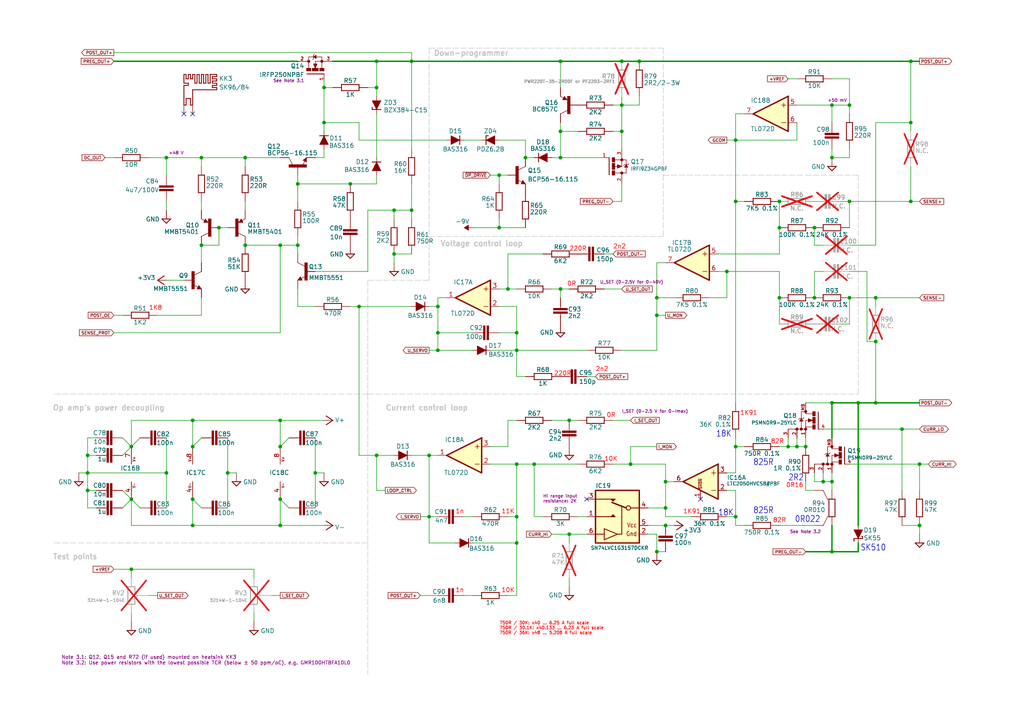
<source format=kicad_sch>
(kicad_sch (version 20250114) (generator "eeschema") (generator_version "9.0")
  (paper "A4")
  (title_block (title "${project_name}") (date "2025-10-23") (rev "${project_version}") (company "${project_creator}") (comment 1 "${project_license}") (comment 2 "${project_info}") (comment 3 "${project_url}"))
  (text "1K8" (at 43.18 90.17 0) (effects (font (size 1.27 1.27)) (justify left bottom)))
  (text "Hi range input\nresistance: 2K" (at 157.48 146.05 0) (effects (font (size 0.889 0.889)) (justify left bottom)))
  (text "18K" (at 208.28 149.86 0) (effects (font (size 1.778 1.5113)) (justify left bottom)))
  (text "0R16\n" (at 227.965 141.605 0) (effects (font (size 1.27 1.27)) (justify left bottom)))
  (text "11K" (at 145.415 149.225 0) (effects (font (size 1.27 1.27)) (justify left bottom)))
  (text "Down-programmer" (at 125.73 16.51 0) (effects (font (size 1.524 1.524) (thickness 0.3048) (bold yes)) (justify left bottom)))
  (text "+50 mV" (at 240.03 29.845 0) (effects (font (size 0.889 0.889)) (justify left bottom)))
  (text "I_SET (0-2.5 V for 0-Imax)" (at 180.34 120.015 0) (effects (font (size 0.889 0.889)) (justify left bottom)))
  (text "2n2" (at 177.8 72.39 0) (effects (font (size 1.27 1.27)) (justify left bottom)))
  (text "1n" (at 132.08 172.085 0) (effects (font (size 1.27 1.27)) (justify left bottom)))
  (text "1K91" (at 214.63 120.65 0) (effects (font (size 1.27 1.27)) (justify left bottom)))
  (text "0R" (at 164.465 83.185 0) (effects (font (size 1.27 1.27)) (justify left bottom)))
  (text "2R2" (at 228.6 139.7 0) (effects (font (size 1.778 1.5113)) (justify left bottom)))
  (text "SK510" (at 249.555 160.02 0) (effects (font (size 1.778 1.5113)) (justify left bottom)))
  (text "Op amp's power decoupling" (at 15.24 119.38 0) (effects (font (size 1.524 1.524) (thickness 0.3048) (bold yes)) (justify left bottom)))
  (text "825R" (at 218.44 149.225 0) (effects (font (size 1.778 1.5113)) (justify left bottom)))
  (text "0R" (at 175.895 121.285 0) (effects (font (size 1.27 1.27)) (justify left bottom)))
  (text "0R022" (at 230.505 151.765 0) (effects (font (size 1.778 1.5113)) (justify left bottom)))
  (text "See Note 3.1" (at 88.265 24.13 0) (effects (font (size 0.889 0.889)) (justify right bottom)))
  (text "82R" (at 224.155 151.765 0) (effects (font (size 1.27 1.27)) (justify left bottom)))
  (text "10K" (at 175.26 133.985 0) (effects (font (size 1.27 1.27)) (justify left bottom)))
  (text "18K" (at 207.645 127 0) (effects (font (size 1.778 1.5113)) (justify left bottom)))
  (text "10K" (at 145.415 172.085 0) (effects (font (size 1.27 1.27)) (justify left bottom)))
  (text "Current control loop" (at 111.76 119.38 0) (effects (font (size 1.524 1.524) (thickness 0.3048) (bold yes)) (justify left bottom)))
  (text "220R" (at 160.655 109.22 0) (effects (font (size 1.27 1.27)) (justify left bottom)))
  (text "1K91" (at 198.12 149.225 0) (effects (font (size 1.27 1.27)) (justify left bottom)))
  (text "Voltage control loop" (at 127.635 71.755 0) (effects (font (size 1.524 1.524) (thickness 0.3048) (bold yes)) (justify left bottom)))
  (text "See Note 3.2" (at 238.125 154.94 0) (effects (font (size 0.889 0.889)) (justify right bottom)))
  (text "825R" (at 218.44 135.255 0) (effects (font (size 1.778 1.5113)) (justify left bottom)))
  (text "+48 V" (at 48.895 45.085 0) (effects (font (size 0.889 0.889)) (justify left bottom)))
  (text "U_SET (0-2.5V for 0-40V)" (at 173.99 82.55 0) (effects (font (size 0.889 0.889)) (justify left bottom)))
  (text "2n2" (at 172.72 107.95 0) (effects (font (size 1.27 1.27)) (justify left bottom)))
  (text "Test points" (at 15.24 162.56 0) (effects (font (size 1.524 1.524) (thickness 0.3048) (bold yes)) (justify left bottom)))
  (text "82R" (at 223.52 128.905 0) (effects (font (size 1.27 1.27)) (justify left bottom)))
  (text "750R / 30K: x40 ... 6.25 A full scale\n750R / 30.1K: x40.133 ... 6.23 A full scale\n750R / 36K: x48 ... 5.208 A full scale" (at 144.78 180.34 0) (effects (font (size 0.889 0.889)) (justify left top)))
  (text "Note 3.1: Q12, Q15 and R72 (if used) mounted on heatsink KK3\nNote 3.2: Use power resistors with the lowest possible TCR (below ± 50 ppm/oC), e.g. GMR100HTBFA10L0" (at 17.78 193.04 0) (effects (font (size 1.016 1.016)) (justify left bottom)))
  (text "220R" (at 165.1 73.025 0) (effects (font (size 1.27 1.27)) (justify left bottom)))
  (text "1n" (at 132.08 149.225 0) (effects (font (size 1.27 1.27)) (justify left bottom)))
  (junction (at 190.5 86.36))
  (junction (at 91.44 137.16))
  (junction (at 193.04 152.4))
  (junction (at 55.88 121.92))
  (junction (at 248.92 116.84))
  (junction (at 55.88 129.54))
  (junction (at 254 86.36))
  (junction (at 241.3 30.48))
  (junction (at 86.36 71.12))
  (junction (at 81.28 144.78))
  (junction (at 226.06 66.04))
  (junction (at 241.3 116.84))
  (junction (at 233.68 129.54))
  (junction (at 180.34 30.48))
  (junction (at 236.22 66.04))
  (junction (at 264.16 58.42))
  (junction (at 48.26 137.16))
  (junction (at 71.12 71.12))
  (junction (at 81.28 129.54))
  (junction (at 213.36 40.64))
  (junction (at 190.5 91.44))
  (junction (at 238.76 139.7))
  (junction (at 165.1 154.94))
  (junction (at 149.86 134.62))
  (junction (at 38.1 129.54))
  (junction (at 182.88 134.62))
  (junction (at 246.38 86.36))
  (junction (at 104.14 88.9))
  (junction (at 109.22 25.4))
  (junction (at 149.86 96.52))
  (junction (at 63.5 66.04))
  (junction (at 81.28 152.4))
  (junction (at 66.04 137.16))
  (junction (at 180.34 17.78))
  (junction (at 48.26 45.72))
  (junction (at 213.36 58.42))
  (junction (at 147.32 83.82))
  (junction (at 71.12 45.72))
  (junction (at 185.42 17.78))
  (junction (at 162.56 38.1))
  (junction (at 193.04 139.7))
  (junction (at 149.86 157.48))
  (junction (at 38.1 165.1))
  (junction (at 162.56 45.72))
  (junction (at 231.14 129.54))
  (junction (at 144.78 66.04))
  (junction (at 55.88 152.4))
  (junction (at 228.6 129.54))
  (junction (at 266.7 152.4))
  (junction (at 246.38 30.48))
  (junction (at 58.42 71.12))
  (junction (at 254 99.06))
  (junction (at 152.4 45.72))
  (junction (at 190.5 160.02))
  (junction (at 58.42 45.72))
  (junction (at 25.4 132.08))
  (junction (at 241.3 45.72))
  (junction (at 119.38 60.96))
  (junction (at 213.36 149.86))
  (junction (at 114.3 60.96))
  (junction (at 38.1 144.78))
  (junction (at 93.98 25.4))
  (junction (at 109.22 132.08))
  (junction (at 236.22 86.36))
  (junction (at 81.28 121.92))
  (junction (at 127 88.9))
  (junction (at 124.46 132.08))
  (junction (at 127 96.52))
  (junction (at 226.06 58.42))
  (junction (at 254 116.84))
  (junction (at 162.56 17.78))
  (junction (at 124.46 149.86))
  (junction (at 264.16 17.78))
  (junction (at 93.98 35.56))
  (junction (at 193.04 147.32))
  (junction (at 109.22 17.78))
  (junction (at 25.4 137.16))
  (junction (at 246.38 58.42))
  (junction (at 226.06 86.36))
  (junction (at 241.3 160.02))
  (junction (at 261.62 124.46))
  (junction (at 241.3 139.7))
  (junction (at 213.36 129.54))
  (junction (at 165.1 121.92))
  (junction (at 101.6 53.34))
  (junction (at 81.28 71.12))
  (junction (at 86.36 53.34))
  (junction (at 210.82 78.74))
  (junction (at 25.4 142.24))
  (junction (at 149.86 149.86))
  (junction (at 55.88 144.78))
  (junction (at 149.86 101.6))
  (junction (at 127 101.6))
  (junction (at 114.3 73.66))
  (junction (at 144.78 50.8))
  (junction (at 119.38 17.78))
  (junction (at 180.34 38.1))
  (junction (at 162.56 83.82))
  (junction (at 264.16 35.56))
  (junction (at 266.7 134.62))
  (junction (at 154.94 134.62))
  (no_connect (at 203.2 144.78))
  (no_connect (at 53.34 33.02))
  (no_connect (at 170.18 144.78))
  (no_connect (at 55.88 33.02))
  (wire (pts (xy 109.22 33.02) (xy 109.22 45.72)) (stroke (width 0.1524)))
  (wire (pts (xy 162.56 38.1) (xy 162.56 45.72)) (stroke (width 0.1524)))
  (wire (pts (xy 246.38 71.12) (xy 254 71.12)) (stroke (width 0.1524)))
  (wire (pts (xy 238.76 137.16) (xy 238.76 139.7)))
  (wire (pts (xy 86.36 17.78) (xy 33.02 17.78)) (stroke (width 0.4064)))
  (wire (pts (xy 210.82 142.24) (xy 213.36 142.24)) (stroke (width 0.1524)))
  (wire (pts (xy 147.32 129.54) (xy 142.24 129.54)) (stroke (width 0.1524)))
  (wire (pts (xy 215.9 152.4) (xy 213.36 152.4)) (stroke (width 0.1524)))
  (wire (pts (xy 152.4 66.04) (xy 144.78 66.04)) (stroke (width 0.1524)))
  (wire (pts (xy 210.82 149.86) (xy 213.36 149.86)) (stroke (width 0.1524)))
  (wire (pts (xy 152.4 109.22) (xy 149.86 109.22)) (stroke (width 0.1524)))
  (wire (pts (xy 167.64 38.1) (xy 162.56 38.1)) (stroke (width 0.1524)))
  (wire (pts (xy 213.36 149.86) (xy 213.36 142.24)) (stroke (width 0.1524)))
  (wire (pts (xy 162.56 17.78) (xy 180.34 17.78)) (stroke (width 0.4064)))
  (wire (pts (xy 48.26 50.8) (xy 48.26 45.72)) (stroke (width 0.1524)))
  (wire (pts (xy 91.44 137.16) (xy 91.44 127)) (stroke (width 0.1524)))
  (wire (pts (xy 266.7 134.62) (xy 266.7 142.24)) (stroke (width 0.1524)))
  (wire (pts (xy 149.86 134.62) (xy 149.86 149.86)) (stroke (width 0.1524)))
  (wire (pts (xy 27.94 147.32) (xy 25.4 147.32)) (stroke (width 0.1524)))
  (polyline (pts (xy 124.46 68.58) (xy 124.46 81.28)) (stroke (width 0.1524) (type dash) (color 194 194 194 1)))
  (wire (pts (xy 35.56 147.32) (xy 38.1 144.78)) (stroke (width 0.1524)))
  (wire (pts (xy 241.3 45.72) (xy 241.3 43.18)) (stroke (width 0.1524)))
  (wire (pts (xy 261.62 124.46) (xy 266.7 124.46)) (stroke (width 0.1524)))
  (wire (pts (xy 228.6 127) (xy 228.6 129.54)))
  (wire (pts (xy 180.34 101.6) (xy 190.5 101.6)) (stroke (width 0.1524)))
  (wire (pts (xy 55.88 121.92) (xy 81.28 121.92)) (stroke (width 0.1524)))
  (wire (pts (xy 35.56 91.44) (xy 33.02 91.44)) (stroke (width 0.1524)))
  (wire (pts (xy 243.84 58.42) (xy 246.38 58.42)) (stroke (width 0.1524)))
  (wire (pts (xy 147.32 121.92) (xy 147.32 129.54)) (stroke (width 0.1524)))
  (wire (pts (xy 114.3 76.2) (xy 114.3 73.66)) (stroke (width 0.1524)))
  (wire (pts (xy 149.86 101.6) (xy 149.86 109.22)) (stroke (width 0.1524)))
  (wire (pts (xy 119.38 132.08) (xy 124.46 132.08)) (stroke (width 0.1524)))
  (wire (pts (xy 33.02 165.1) (xy 38.1 165.1)))
  (wire (pts (xy 254 71.12) (xy 254 35.56)) (stroke (width 0.1524)))
  (wire (pts (xy 213.36 116.84) (xy 213.36 58.42)) (stroke (width 0.1524)))
  (wire (pts (xy 58.42 76.2) (xy 58.42 71.12)) (stroke (width 0.1524)))
  (wire (pts (xy 81.28 129.54) (xy 81.28 121.92)) (stroke (width 0.1524)))
  (wire (pts (xy 35.56 142.24) (xy 38.1 144.78)) (stroke (width 0.1524)))
  (wire (pts (xy 243.84 93.98) (xy 246.38 93.98)) (stroke (width 0.1524)))
  (wire (pts (xy 246.38 86.36) (xy 254 86.36)) (stroke (width 0.1524)))
  (wire (pts (xy 226.06 78.74) (xy 210.82 78.74)) (stroke (width 0.1524)))
  (wire (pts (xy 101.6 53.34) (xy 109.22 53.34)) (stroke (width 0.1524)))
  (wire (pts (xy 127 132.08) (xy 124.46 132.08)) (stroke (width 0.1524)))
  (wire (pts (xy 109.22 142.24) (xy 111.76 142.24)) (stroke (width 0.1524)))
  (wire (pts (xy 254 116.84) (xy 254 99.06)) (stroke (width 0.1524)))
  (wire (pts (xy 106.68 60.96) (xy 106.68 78.74)) (stroke (width 0.1524)))
  (wire (pts (xy 215.9 33.02) (xy 213.36 33.02)) (stroke (width 0.1524)))
  (wire (pts (xy 144.78 40.64) (xy 152.4 40.64)) (stroke (width 0.1524)))
  (wire (pts (xy 154.94 149.86) (xy 154.94 134.62)) (stroke (width 0.1524)))
  (wire (pts (xy 165.1 170.18) (xy 165.1 167.64)))
  (wire (pts (xy 246.38 33.02) (xy 246.38 30.48)) (stroke (width 0.1524)))
  (wire (pts (xy 109.22 50.8) (xy 109.22 53.34)) (stroke (width 0.1524)))
  (wire (pts (xy 48.26 81.28) (xy 53.34 81.28)) (stroke (width 0.1524)))
  (wire (pts (xy 213.36 129.54) (xy 213.36 127)) (stroke (width 0.1524)))
  (wire (pts (xy 86.36 53.34) (xy 101.6 53.34)) (stroke (width 0.1524)))
  (wire (pts (xy 129.54 86.36) (xy 127 86.36)) (stroke (width 0.1524)))
  (wire (pts (xy 40.64 127) (xy 38.1 129.54)) (stroke (width 0.1524)))
  (wire (pts (xy 266.7 86.36) (xy 254 86.36)) (stroke (width 0.1524)))
  (wire (pts (xy 162.56 83.82) (xy 160.02 83.82)) (stroke (width 0.1524)))
  (wire (pts (xy 175.26 83.82) (xy 180.34 83.82)) (stroke (width 0.1524)))
  (wire (pts (xy 215.9 58.42) (xy 213.36 58.42)) (stroke (width 0.1524)))
  (wire (pts (xy 109.22 25.4) (xy 109.22 17.78)) (stroke (width 0.1524)))
  (wire (pts (xy 231.14 30.48) (xy 241.3 30.48)) (stroke (width 0.1524)))
  (wire (pts (xy 238.76 124.46) (xy 261.62 124.46)) (stroke (width 0.1524)))
  (wire (pts (xy 96.52 25.4) (xy 93.98 25.4)) (stroke (width 0.1524)))
  (wire (pts (xy 170.18 101.6) (xy 149.86 101.6)) (stroke (width 0.1524)))
  (wire (pts (xy 162.56 45.72) (xy 160.02 45.72)) (stroke (width 0.1524)))
  (wire (pts (xy 248.92 116.84) (xy 248.92 152.4)) (stroke (width 0.4064)))
  (wire (pts (xy 127 101.6) (xy 137.16 101.6)) (stroke (width 0.1524)))
  (wire (pts (xy 175.26 45.72) (xy 162.56 45.72)) (stroke (width 0.1524)))
  (wire (pts (xy 248.92 116.84) (xy 254 116.84)) (stroke (width 0.4064)))
  (wire (pts (xy 109.22 142.24) (xy 109.22 132.08)) (stroke (width 0.1524)))
  (wire (pts (xy 170.18 109.22) (xy 172.72 109.22)) (stroke (width 0.1524)))
  (wire (pts (xy 195.58 152.4) (xy 193.04 152.4)) (stroke (width 0.1524)))
  (wire (pts (xy 266.7 134.62) (xy 269.24 134.62)) (stroke (width 0.1524)))
  (wire (pts (xy 86.36 58.42) (xy 86.36 53.34)) (stroke (width 0.1524)))
  (wire (pts (xy 236.22 142.24) (xy 233.68 142.24)) (stroke (width 0.1524)))
  (wire (pts (xy 63.5 66.04) (xy 63.5 71.12)) (stroke (width 0.1524)))
  (wire (pts (xy 119.38 53.34) (xy 119.38 60.96)) (stroke (width 0.1524)))
  (wire (pts (xy 160.02 121.92) (xy 165.1 121.92)) (stroke (width 0.1524)))
  (wire (pts (xy 119.38 17.78) (xy 162.56 17.78)) (stroke (width 0.4064)))
  (wire (pts (xy 238.76 78.74) (xy 236.22 78.74)) (stroke (width 0.1524)))
  (wire (pts (xy 266.7 152.4) (xy 261.62 152.4)) (stroke (width 0.1524)))
  (polyline (pts (xy 192.405 50.8) (xy 192.405 68.58)) (stroke (width 0.1524) (type dash) (color 194 194 194 1)))
  (wire (pts (xy 177.8 30.48) (xy 180.34 30.48)) (stroke (width 0.1524)))
  (wire (pts (xy 162.56 38.1) (xy 162.56 35.56)) (stroke (width 0.1524)))
  (polyline (pts (xy 106.68 81.28) (xy 106.68 114.3)) (stroke (width 0.1524) (type dash) (color 194 194 194 1)))
  (wire (pts (xy 226.06 58.42) (xy 226.06 66.04)) (stroke (width 0.1524)))
  (wire (pts (xy 81.28 71.12) (xy 81.28 96.52)) (stroke (width 0.1524)))
  (wire (pts (xy 162.56 25.4) (xy 162.56 17.78)) (stroke (width 0.1524)))
  (wire (pts (xy 246.38 45.72) (xy 241.3 45.72)) (stroke (width 0.1524)))
  (wire (pts (xy 91.44 45.72) (xy 93.98 45.72)) (stroke (width 0.1524)))
  (wire (pts (xy 266.7 154.94) (xy 266.7 152.4)) (stroke (width 0.1524)))
  (wire (pts (xy 149.86 157.48) (xy 149.86 149.86)) (stroke (width 0.1524)))
  (wire (pts (xy 208.28 73.66) (xy 226.06 73.66)) (stroke (width 0.1524)))
  (wire (pts (xy 81.28 45.72) (xy 71.12 45.72)) (stroke (width 0.1524)))
  (wire (pts (xy 55.88 152.4) (xy 81.28 152.4)) (stroke (width 0.1524)))
  (wire (pts (xy 144.78 66.04) (xy 137.16 66.04)) (stroke (width 0.1524)))
  (wire (pts (xy 241.3 160.02) (xy 248.92 160.02)) (stroke (width 0.4064)))
  (wire (pts (xy 71.12 60.96) (xy 71.12 58.42)) (stroke (width 0.1524)))
  (wire (pts (xy 190.5 91.44) (xy 190.5 86.36)) (stroke (width 0.1524)))
  (wire (pts (xy 180.34 30.48) (xy 185.42 30.48)) (stroke (width 0.1524)))
  (wire (pts (xy 241.3 139.7) (xy 241.3 142.24)) (stroke (width 0.1524)))
  (wire (pts (xy 91.44 78.74) (xy 106.68 78.74)) (stroke (width 0.1524)))
  (wire (pts (xy 63.5 71.12) (xy 58.42 71.12)) (stroke (width 0.1524)))
  (wire (pts (xy 137.16 172.72) (xy 134.62 172.72)) (stroke (width 0.1524)))
  (wire (pts (xy 149.86 96.52) (xy 149.86 88.9)) (stroke (width 0.1524)))
  (polyline (pts (xy 124.46 13.97) (xy 124.46 67.945)) (stroke (width 0.1524) (type dash) (color 194 194 194 1)))
  (wire (pts (xy 193.04 147.32) (xy 193.04 149.86)) (stroke (width 0.1524)))
  (wire (pts (xy 66.04 127) (xy 66.04 137.16)) (stroke (width 0.1524)))
  (wire (pts (xy 147.32 50.8) (xy 144.78 50.8)) (stroke (width 0.1524)))
  (wire (pts (xy 165.1 83.82) (xy 162.56 83.82)) (stroke (width 0.1524)))
  (wire (pts (xy 213.36 40.64) (xy 231.14 40.64)) (stroke (width 0.1524)))
  (wire (pts (xy 35.56 132.08) (xy 38.1 129.54)) (stroke (width 0.1524)))
  (wire (pts (xy 160.02 154.94) (xy 165.1 154.94)) (stroke (width 0.1524)))
  (polyline (pts (xy 192.405 68.58) (xy 124.46 68.58)) (stroke (width 0.1524) (type dash) (color 194 194 194 1)))
  (polyline (pts (xy 248.92 50.8) (xy 248.92 114.3)) (stroke (width 0.1524) (type dash) (color 194 194 194 1)))
  (wire (pts (xy 114.3 73.66) (xy 119.38 73.66)) (stroke (width 0.1524)))
  (wire (pts (xy 81.28 152.4) (xy 93.98 152.4)) (stroke (width 0.1524)))
  (wire (pts (xy 180.34 38.1) (xy 180.34 43.18)) (stroke (width 0.1524)))
  (wire (pts (xy 228.6 129.54) (xy 231.14 129.54)) (stroke (width 0.1524)))
  (wire (pts (xy 177.8 134.62) (xy 182.88 134.62)) (stroke (width 0.1524)))
  (wire (pts (xy 165.1 121.92) (xy 167.64 121.92)) (stroke (width 0.1524)))
  (wire (pts (xy 180.34 30.48) (xy 180.34 38.1)) (stroke (width 0.1524)))
  (wire (pts (xy 30.48 45.72) (xy 33.02 45.72)) (stroke (width 0.1524)))
  (wire (pts (xy 213.36 33.02) (xy 213.36 40.64)) (stroke (width 0.1524)))
  (wire (pts (xy 246.38 58.42) (xy 264.16 58.42)) (stroke (width 0.1524)))
  (wire (pts (xy 190.5 160.02) (xy 193.04 160.02)) (stroke (width 0.1524)))
  (wire (pts (xy 241.3 137.16) (xy 241.3 139.7)) (stroke (width 0.1524)))
  (wire (pts (xy 154.94 134.62) (xy 149.86 134.62)) (stroke (width 0.1524)))
  (wire (pts (xy 165.1 154.94) (xy 165.1 157.48)))
  (wire (pts (xy 264.16 58.42) (xy 266.7 58.42)) (stroke (width 0.1524)))
  (wire (pts (xy 124.46 88.9) (xy 127 88.9)) (stroke (width 0.1524)))
  (wire (pts (xy 144.78 50.8) (xy 142.24 50.8)) (stroke (width 0.1524)))
  (wire (pts (xy 231.14 22.86) (xy 228.6 22.86)) (stroke (width 0.1524)))
  (wire (pts (xy 193.04 76.2) (xy 190.5 76.2)) (stroke (width 0.1524)))
  (wire (pts (xy 190.5 76.2) (xy 190.5 86.36)) (stroke (width 0.1524)))
  (wire (pts (xy 144.78 50.8) (xy 144.78 53.34)) (stroke (width 0.1524)))
  (wire (pts (xy 43.18 172.72) (xy 45.72 172.72)))
  (wire (pts (xy 93.98 25.4) (xy 93.98 35.56)) (stroke (width 0.1524)))
  (wire (pts (xy 152.4 45.72) (xy 152.4 40.64)) (stroke (width 0.1524)))
  (wire (pts (xy 190.5 101.6) (xy 190.5 91.44)) (stroke (width 0.1524)))
  (wire (pts (xy 193.04 139.7) (xy 193.04 134.62)) (stroke (width 0.1524)))
  (wire (pts (xy 241.3 30.48) (xy 246.38 30.48)) (stroke (width 0.1524)))
  (wire (pts (xy 78.74 172.72) (xy 81.28 172.72)))
  (wire (pts (xy 25.4 127) (xy 27.94 127)) (stroke (width 0.1524)))
  (wire (pts (xy 226.06 66.04) (xy 226.06 73.66)) (stroke (width 0.1524)))
  (wire (pts (xy 147.32 83.82) (xy 144.78 83.82)) (stroke (width 0.1524)))
  (wire (pts (xy 38.1 152.4) (xy 38.1 144.78)) (stroke (width 0.1524)))
  (wire (pts (xy 147.32 172.72) (xy 149.86 172.72)) (stroke (width 0.1524)))
  (wire (pts (xy 58.42 127) (xy 55.88 129.54)) (stroke (width 0.1524)))
  (polyline (pts (xy 192.405 50.8) (xy 248.92 50.8)) (stroke (width 0.1524) (type dash) (color 194 194 194 1)))
  (wire (pts (xy 48.26 137.16) (xy 48.26 147.32)) (stroke (width 0.1524)))
  (wire (pts (xy 226.06 78.74) (xy 226.06 86.36)) (stroke (width 0.1524)))
  (wire (pts (xy 81.28 121.92) (xy 93.98 121.92)) (stroke (width 0.1524)))
  (wire (pts (xy 231.14 40.64) (xy 231.14 35.56)) (stroke (width 0.1524)))
  (wire (pts (xy 177.8 121.92) (xy 182.88 121.92)) (stroke (width 0.1524)))
  (wire (pts (xy 119.38 43.18) (xy 119.38 17.78)) (stroke (width 0.1524)))
  (polyline (pts (xy 124.46 13.97) (xy 192.405 13.97)) (stroke (width 0.1524) (type dash) (color 194 194 194 1)))
  (wire (pts (xy 35.56 127) (xy 38.1 129.54)) (stroke (width 0.1524)))
  (wire (pts (xy 190.5 160.02) (xy 190.5 154.94)) (stroke (width 0.1524)))
  (wire (pts (xy 33.02 96.52) (xy 81.28 96.52)) (stroke (width 0.1524)))
  (wire (pts (xy 236.22 78.74) (xy 236.22 86.36)) (stroke (width 0.1524)))
  (wire (pts (xy 109.22 132.08) (xy 114.3 132.08)) (stroke (width 0.1524)))
  (wire (pts (xy 149.86 101.6) (xy 149.86 96.52)) (stroke (width 0.1524)))
  (wire (pts (xy 91.44 147.32) (xy 91.44 137.16)) (stroke (width 0.1524)))
  (wire (pts (xy 213.36 137.16) (xy 213.36 129.54)) (stroke (width 0.1524)))
  (wire (pts (xy 83.82 147.32) (xy 81.28 144.78)) (stroke (width 0.1524)))
  (wire (pts (xy 167.64 134.62) (xy 154.94 134.62)) (stroke (width 0.1524)))
  (wire (pts (xy 162.56 86.36) (xy 162.56 83.82)) (stroke (width 0.1524)))
  (wire (pts (xy 25.4 132.08) (xy 25.4 127)) (stroke (width 0.1524)))
  (wire (pts (xy 58.42 60.96) (xy 58.42 58.42)) (stroke (width 0.1524)))
  (polyline (pts (xy 106.68 114.3) (xy 106.68 195.58)) (stroke (width 0.1524) (type dash) (color 194 194 194 1)))
  (wire (pts (xy 104.14 132.08) (xy 109.22 132.08)) (stroke (width 0.1524)))
  (wire (pts (xy 154.94 45.72) (xy 152.4 45.72)) (stroke (width 0.1524)))
  (wire (pts (xy 48.26 45.72) (xy 58.42 45.72)) (stroke (width 0.1524)))
  (wire (pts (xy 58.42 147.32) (xy 55.88 144.78)) (stroke (width 0.1524)))
  (wire (pts (xy 241.3 116.84) (xy 233.68 116.84)) (stroke (width 0.1524)))
  (wire (pts (xy 58.42 48.26) (xy 58.42 45.72)) (stroke (width 0.1524)))
  (wire (pts (xy 71.12 71.12) (xy 81.28 71.12)) (stroke (width 0.1524)))
  (wire (pts (xy 129.54 40.64) (xy 104.14 40.64)) (stroke (width 0.1524)))
  (wire (pts (xy 86.36 71.12) (xy 86.36 68.58)) (stroke (width 0.1524)))
  (wire (pts (xy 124.46 101.6) (xy 127 101.6)) (stroke (width 0.1524)))
  (polyline (pts (xy 106.68 81.28) (xy 124.46 81.28)) (stroke (width 0.1524) (type dash) (color 194 194 194 1)))
  (wire (pts (xy 119.38 17.78) (xy 119.38 15.24)) (stroke (width 0.1524)))
  (wire (pts (xy 144.78 66.04) (xy 144.78 63.5)) (stroke (width 0.1524)))
  (wire (pts (xy 246.38 58.42) (xy 246.38 66.04)) (stroke (width 0.1524)))
  (wire (pts (xy 200.66 149.86) (xy 193.04 149.86)) (stroke (width 0.1524)))
  (wire (pts (xy 106.68 25.4) (xy 109.22 25.4)) (stroke (width 0.1524)))
  (wire (pts (xy 165.1 154.94) (xy 170.18 154.94)) (stroke (width 0.1524)))
  (wire (pts (xy 134.62 40.64) (xy 139.7 40.64)) (stroke (width 0.1524)))
  (wire (pts (xy 48.26 127) (xy 48.26 137.16)) (stroke (width 0.1524)))
  (wire (pts (xy 33.02 15.24) (xy 119.38 15.24)) (stroke (width 0.1524)))
  (wire (pts (xy 104.14 88.9) (xy 119.38 88.9)) (stroke (width 0.1524)))
  (wire (pts (xy 195.58 139.7) (xy 193.04 139.7)) (stroke (width 0.1524)))
  (wire (pts (xy 182.88 134.62) (xy 193.04 134.62)) (stroke (width 0.1524)))
  (wire (pts (xy 248.92 160.02) (xy 248.92 157.48)) (stroke (width 0.4064)))
  (wire (pts (xy 210.82 137.16) (xy 213.36 137.16)) (stroke (width 0.1524)))
  (wire (pts (xy 175.26 73.66) (xy 177.8 73.66)) (stroke (width 0.1524)))
  (wire (pts (xy 246.38 134.62) (xy 266.7 134.62)) (stroke (width 0.1524)))
  (wire (pts (xy 38.1 165.1) (xy 38.1 167.64)))
  (wire (pts (xy 109.22 17.78) (xy 119.38 17.78)) (stroke (width 0.4064)))
  (wire (pts (xy 63.5 66.04) (xy 66.04 66.04)) (stroke (width 0.1524)))
  (wire (pts (xy 254 116.84) (xy 266.7 116.84)) (stroke (width 0.4064)))
  (wire (pts (xy 180.34 30.48) (xy 180.34 27.94)) (stroke (width 0.1524)))
  (wire (pts (xy 182.88 129.54) (xy 182.88 134.62)))
  (wire (pts (xy 238.76 139.7) (xy 241.3 139.7)))
  (wire (pts (xy 193.04 91.44) (xy 190.5 91.44)) (stroke (width 0.1524)))
  (wire (pts (xy 43.18 45.72) (xy 48.26 45.72)) (stroke (width 0.1524)))
  (polyline (pts (xy 106.68 114.3) (xy 106.68 114.3)) (stroke (width 0.1524) (type dash) (color 194 194 194 1)))
  (wire (pts (xy 254 88.9) (xy 254 86.36)) (stroke (width 0.1524)))
  (wire (pts (xy 104.14 132.08) (xy 104.14 88.9)) (stroke (width 0.1524)))
  (wire (pts (xy 114.3 63.5) (xy 114.3 60.96)) (stroke (width 0.1524)))
  (wire (pts (xy 246.38 43.18) (xy 246.38 45.72)) (stroke (width 0.1524)))
  (wire (pts (xy 58.42 91.44) (xy 58.42 86.36)) (stroke (width 0.1524)))
  (wire (pts (xy 38.1 177.8) (xy 38.1 180.34)))
  (wire (pts (xy 142.24 134.62) (xy 149.86 134.62)) (stroke (width 0.1524)))
  (wire (pts (xy 38.1 165.1) (xy 73.66 165.1)))
  (wire (pts (xy 180.34 58.42) (xy 177.8 58.42)) (stroke (width 0.1524)))
  (wire (pts (xy 25.4 137.16) (xy 22.86 137.16)) (stroke (width 0.1524)))
  (wire (pts (xy 93.98 45.72) (xy 93.98 43.18)) (stroke (width 0.1524)))
  (wire (pts (xy 246.38 78.74) (xy 251.46 78.74)) (stroke (width 0.1524)))
  (wire (pts (xy 241.3 160.02) (xy 241.3 152.4)) (stroke (width 0.4064)))
  (wire (pts (xy 93.98 35.56) (xy 93.98 38.1)) (stroke (width 0.1524)))
  (wire (pts (xy 149.86 121.92) (xy 147.32 121.92)) (stroke (width 0.1524)))
  (wire (pts (xy 231.14 129.54) (xy 233.68 129.54)) (stroke (width 0.1524)))
  (wire (pts (xy 137.16 149.86) (xy 134.62 149.86)) (stroke (width 0.1524)))
  (wire (pts (xy 55.88 121.92) (xy 38.1 121.92)) (stroke (width 0.1524)))
  (polyline (pts (xy 106.68 114.3) (xy 248.92 114.3)) (stroke (width 0.1524) (type dash) (color 194 194 194 1)))
  (wire (pts (xy 236.22 71.12) (xy 236.22 66.04)) (stroke (width 0.1524)))
  (wire (pts (xy 127 88.9) (xy 127 86.36)) (stroke (width 0.1524)))
  (wire (pts (xy 180.34 58.42) (xy 180.34 53.34)) (stroke (width 0.1524)))
  (wire (pts (xy 127 149.86) (xy 124.46 149.86)) (stroke (width 0.1524)))
  (wire (pts (xy 147.32 149.86) (xy 149.86 149.86)) (stroke (width 0.1524)))
  (wire (pts (xy 185.42 17.78) (xy 264.16 17.78)) (stroke (width 0.4064)))
  (wire (pts (xy 93.98 22.86) (xy 93.98 25.4)) (stroke (width 0.1524)))
  (wire (pts (xy 83.82 127) (xy 81.28 129.54)) (stroke (width 0.1524)))
  (wire (pts (xy 137.16 96.52) (xy 127 96.52)) (stroke (width 0.1524)))
  (wire (pts (xy 251.46 78.74) (xy 251.46 99.06)) (stroke (width 0.1524)))
  (wire (pts (xy 231.14 127) (xy 231.14 129.54)))
  (wire (pts (xy 213.36 40.64) (xy 213.36 58.42)) (stroke (width 0.1524)))
  (wire (pts (xy 114.3 60.96) (xy 106.68 60.96)) (stroke (width 0.1524)))
  (wire (pts (xy 213.36 40.64) (xy 210.82 40.64)) (stroke (width 0.1524)))
  (wire (pts (xy 137.16 157.48) (xy 149.86 157.48)) (stroke (width 0.1524)))
  (wire (pts (xy 55.88 129.54) (xy 55.88 121.92)) (stroke (width 0.1524)))
  (wire (pts (xy 226.06 86.36) (xy 226.06 93.98)) (stroke (width 0.1524)))
  (wire (pts (xy 96.52 17.78) (xy 109.22 17.78)) (stroke (width 0.4064)))
  (wire (pts (xy 264.16 38.1) (xy 264.16 35.56)) (stroke (width 0.1524)))
  (wire (pts (xy 241.3 35.56) (xy 241.3 30.48)) (stroke (width 0.1524)))
  (wire (pts (xy 38.1 121.92) (xy 38.1 129.54)) (stroke (width 0.1524)))
  (wire (pts (xy 149.86 172.72) (xy 149.86 157.48)) (stroke (width 0.1524)))
  (wire (pts (xy 73.66 177.8) (xy 73.66 180.34)))
  (wire (pts (xy 104.14 40.64) (xy 104.14 35.56)) (stroke (width 0.1524)))
  (wire (pts (xy 109.22 25.4) (xy 109.22 27.94)) (stroke (width 0.1524)))
  (polyline (pts (xy 106.68 114.3) (xy 15.24 114.3)) (stroke (width 0.1524) (type dash) (color 194 194 194 1)))
  (wire (pts (xy 73.66 165.1) (xy 73.66 167.64)))
  (wire (pts (xy 48.26 60.96) (xy 48.26 58.42)) (stroke (width 0.1524)))
  (wire (pts (xy 86.36 88.9) (xy 86.36 83.82)) (stroke (width 0.1524)))
  (wire (pts (xy 127 101.6) (xy 127 96.52)) (stroke (width 0.1524)))
  (wire (pts (xy 81.28 152.4) (xy 81.28 144.78)) (stroke (width 0.1524)))
  (wire (pts (xy 195.58 86.36) (xy 190.5 86.36)) (stroke (width 0.1524)))
  (wire (pts (xy 241.3 160.02) (xy 233.68 160.02)) (stroke (width 0.4064)))
  (wire (pts (xy 177.8 38.1) (xy 180.34 38.1)) (stroke (width 0.1524)))
  (wire (pts (xy 25.4 142.24) (xy 25.4 137.16)) (stroke (width 0.1524)))
  (wire (pts (xy 93.98 137.16) (xy 91.44 137.16)) (stroke (width 0.1524)))
  (wire (pts (xy 86.36 53.34) (xy 86.36 50.8)) (stroke (width 0.1524)))
  (wire (pts (xy 264.16 35.56) (xy 264.16 17.78)) (stroke (width 0.1524)))
  (wire (pts (xy 142.24 101.6) (xy 149.86 101.6)) (stroke (width 0.1524)))
  (wire (pts (xy 27.94 132.08) (xy 25.4 132.08)) (stroke (width 0.1524)))
  (wire (pts (xy 264.16 48.26) (xy 264.16 58.42)) (stroke (width 0.1524)))
  (wire (pts (xy 190.5 129.54) (xy 182.88 129.54)))
  (wire (pts (xy 193.04 139.7) (xy 193.04 147.32)) (stroke (width 0.1524)))
  (wire (pts (xy 71.12 45.72) (xy 58.42 45.72)) (stroke (width 0.1524)))
  (wire (pts (xy 101.6 88.9) (xy 104.14 88.9)) (stroke (width 0.1524)))
  (wire (pts (xy 25.4 137.16) (xy 25.4 132.08)) (stroke (width 0.1524)))
  (wire (pts (xy 246.38 22.86) (xy 241.3 22.86)) (stroke (width 0.1524)))
  (wire (pts (xy 38.1 152.4) (xy 55.88 152.4)) (stroke (width 0.1524)))
  (wire (pts (xy 241.3 116.84) (xy 248.92 116.84)) (stroke (width 0.4064)))
  (wire (pts (xy 124.46 149.86) (xy 121.92 149.86)) (stroke (width 0.1524)))
  (wire (pts (xy 124.46 157.48) (xy 132.08 157.48)) (stroke (width 0.1524)))
  (wire (pts (xy 236.22 139.7) (xy 238.76 139.7)))
  (polyline (pts (xy 106.68 157.48) (xy 15.24 157.48)) (stroke (width 0.1524) (type dash) (color 194 194 194 1)))
  (wire (pts (xy 157.48 149.86) (xy 154.94 149.86)) (stroke (width 0.1524)))
  (wire (pts (xy 251.46 99.06) (xy 254 99.06)) (stroke (width 0.1524)))
  (wire (pts (xy 127 172.72) (xy 121.92 172.72)) (stroke (width 0.1524)))
  (wire (pts (xy 127 96.52) (xy 127 88.9)) (stroke (width 0.1524)))
  (wire (pts (xy 246.38 93.98) (xy 246.38 86.36)) (stroke (width 0.1524)))
  (wire (pts (xy 25.4 147.32) (xy 25.4 142.24)) (stroke (width 0.1524)))
  (wire (pts (xy 238.76 71.12) (xy 236.22 71.12)) (stroke (width 0.1524)))
  (wire (pts (xy 124.46 132.08) (xy 124.46 149.86)) (stroke (width 0.1524)))
  (wire (pts (xy 266.7 17.78) (xy 264.16 17.78)) (stroke (width 0.4064)))
  (wire (pts (xy 215.9 129.54) (xy 213.36 129.54)) (stroke (width 0.1524)))
  (wire (pts (xy 187.96 147.32) (xy 193.04 147.32)) (stroke (width 0.1524)))
  (polyline (pts (xy 192.405 13.97) (xy 192.405 50.8)) (stroke (width 0.1524) (type dash) (color 194 194 194 1)))
  (wire (pts (xy 149.86 83.82) (xy 147.32 83.82)) (stroke (width 0.1524)))
  (wire (pts (xy 45.72 91.44) (xy 58.42 91.44)) (stroke (width 0.1524)))
  (wire (pts (xy 208.28 78.74) (xy 210.82 78.74)) (stroke (width 0.1524)))
  (wire (pts (xy 246.38 30.48) (xy 246.38 22.86)) (stroke (width 0.1524)))
  (wire (pts (xy 180.34 17.78) (xy 185.42 17.78)) (stroke (width 0.4064)))
  (wire (pts (xy 185.42 30.48) (xy 185.42 27.94)) (stroke (width 0.1524)))
  (wire (pts (xy 104.14 35.56) (xy 93.98 35.56)) (stroke (width 0.1524)))
  (wire (pts (xy 147.32 73.66) (xy 147.32 83.82)) (stroke (width 0.1524)))
  (wire (pts (xy 213.36 152.4) (xy 213.36 149.86)) (stroke (width 0.1524)))
  (wire (pts (xy 71.12 48.26) (xy 71.12 45.72)) (stroke (width 0.1524)))
  (wire (pts (xy 236.22 137.16) (xy 236.22 139.7)))
  (wire (pts (xy 119.38 60.96) (xy 119.38 63.5)) (stroke (width 0.1524)))
  (wire (pts (xy 119.38 60.96) (xy 114.3 60.96)) (stroke (width 0.1524)))
  (wire (pts (xy 124.46 149.86) (xy 124.46 157.48)) (stroke (width 0.1524)))
  (wire (pts (xy 187.96 154.94) (xy 190.5 154.94)) (stroke (width 0.1524)))
  (wire (pts (xy 254 35.56) (xy 264.16 35.56)) (stroke (width 0.1524)))
  (wire (pts (xy 86.36 71.12) (xy 86.36 73.66)) (stroke (width 0.1524)))
  (wire (pts (xy 48.26 137.16) (xy 25.4 137.16)) (stroke (width 0.1524)))
  (wire (pts (xy 40.64 147.32) (xy 38.1 144.78)) (stroke (width 0.1524)))
  (wire (pts (xy 187.96 152.4) (xy 193.04 152.4)) (stroke (width 0.1524)))
  (wire (pts (xy 233.68 127) (xy 233.68 129.54)) (stroke (width 0.1524)))
  (wire (pts (xy 233.68 142.24) (xy 233.68 139.7)) (stroke (width 0.1524)))
  (wire (pts (xy 157.48 73.66) (xy 147.32 73.66)) (stroke (width 0.1524)))
  (wire (pts (xy 261.62 142.24) (xy 261.62 124.46)) (stroke (width 0.1524)))
  (wire (pts (xy 210.82 86.36) (xy 210.82 78.74)) (stroke (width 0.1524)))
  (wire (pts (xy 66.04 137.16) (xy 66.04 147.32)) (stroke (width 0.1524)))
  (wire (pts (xy 144.78 96.52) (xy 149.86 96.52)) (stroke (width 0.1524)))
  (wire (pts (xy 241.3 127) (xy 241.3 116.84)) (stroke (width 0.4064)))
  (wire (pts (xy 68.58 137.16) (xy 66.04 137.16)) (stroke (width 0.1524)))
  (wire (pts (xy 236.22 152.4) (xy 226.06 152.4)) (stroke (width 0.1524)))
  (wire (pts (xy 86.36 88.9) (xy 91.44 88.9)) (stroke (width 0.1524)))
  (wire (pts (xy 144.78 88.9) (xy 149.86 88.9)) (stroke (width 0.1524)))
  (wire (pts (xy 55.88 152.4) (xy 55.88 144.78)) (stroke (width 0.1524)))
  (wire (pts (xy 226.06 129.54) (xy 228.6 129.54)) (stroke (width 0.1524)))
  (wire (pts (xy 81.28 71.12) (xy 86.36 71.12)) (stroke (width 0.1524)))
  (wire (pts (xy 27.94 142.24) (xy 25.4 142.24)) (stroke (width 0.1524)))
  (wire (pts (xy 167.64 149.86) (xy 170.18 149.86)) (stroke (width 0.1524)))
  (wire (pts (xy 205.74 86.36) (xy 210.82 86.36)) (stroke (width 0.1524)))
  (global_label "I_MON" (shape output) (at 190.5 129.54 0) (effects (font (size 0.889 0.889))) (property "Intersheetrefs" "${INTERSHEET_REFS}" (effects (hide yes))))
  (global_label "POST_OUT-" (shape input) (at 177.8 73.66 0) (effects (font (size 0.889 0.889))) (property "Intersheetrefs" "${INTERSHEET_REFS}" (effects (hide yes))))
  (global_label "I_SET_OUT" (shape input) (at 182.88 121.92 0) (effects (font (size 0.889 0.889))) (property "Intersheetrefs" "${INTERSHEET_REFS}" (effects (hide yes))))
  (global_label "POST_OE" (shape input) (at 33.02 91.44 180) (effects (font (size 0.889 0.889))) (property "Intersheetrefs" "${INTERSHEET_REFS}" (effects (hide yes))))
  (global_label "POST_OUT-" (shape output) (at 266.7 116.84 0) (effects (font (size 0.889 0.889))) (property "Intersheetrefs" "${INTERSHEET_REFS}" (effects (hide yes))))
  (global_label "CURR_HI" (shape bidirectional) (at 269.24 134.62 0) (effects (font (size 0.889 0.889))) (property "Intersheetrefs" "${INTERSHEET_REFS}" (effects (hide yes))))
  (global_label "POST_OUT+" (shape output) (at 266.7 17.78 0) (effects (font (size 0.889 0.889))) (property "Intersheetrefs" "${INTERSHEET_REFS}" (effects (hide yes))))
  (global_label "PREG_OUT-" (shape input) (at 233.68 160.02 180) (effects (font (size 0.889 0.889))) (property "Intersheetrefs" "${INTERSHEET_REFS}" (effects (hide yes))))
  (global_label "POST_OUT+" (shape output) (at 33.02 15.24 180) (effects (font (size 0.889 0.889))) (property "Intersheetrefs" "${INTERSHEET_REFS}" (effects (hide yes))))
  (global_label "SENSE-" (shape input) (at 266.7 86.36 0) (effects (font (size 0.889 0.889))) (property "Intersheetrefs" "${INTERSHEET_REFS}" (effects (hide yes))))
  (global_label "+VREF" (shape input) (at 228.6 22.86 180) (effects (font (size 0.889 0.889))) (property "Intersheetrefs" "${INTERSHEET_REFS}" (effects (hide yes))))
  (global_label "GCOM" (shape output) (at 210.82 40.64 180) (effects (font (size 0.889 0.889))) (property "Intersheetrefs" "${INTERSHEET_REFS}" (effects (hide yes))))
  (global_label "LOOP_CTRL" (shape output) (at 111.76 142.24 0) (effects (font (size 0.889 0.889))) (property "Intersheetrefs" "${INTERSHEET_REFS}" (effects (hide yes))))
  (global_label "+VREF" (shape input) (at 33.02 165.1 180) (effects (font (size 0.889 0.889))) (property "Intersheetrefs" "${INTERSHEET_REFS}" (effects (hide yes))))
  (global_label "U_SET_OUT" (shape output) (at 45.72 172.72 0) (effects (font (size 0.889 0.889))) (property "Intersheetrefs" "${INTERSHEET_REFS}" (effects (hide yes))))
  (global_label "CURR_HI" (shape input) (at 160.02 154.94 180) (effects (font (size 0.889 0.889))) (property "Intersheetrefs" "${INTERSHEET_REFS}" (effects (hide yes))))
  (global_label "PREG_OUT+" (shape input) (at 33.02 17.78 180) (effects (font (size 0.889 0.889))) (property "Intersheetrefs" "${INTERSHEET_REFS}" (effects (hide yes))))
  (global_label "SENSE+" (shape input) (at 266.7 58.42 0) (effects (font (size 0.889 0.889))) (property "Intersheetrefs" "${INTERSHEET_REFS}" (effects (hide yes))))
  (global_label "DC_OUT" (shape input) (at 30.48 45.72 180) (effects (font (size 0.889 0.889))) (property "Intersheetrefs" "${INTERSHEET_REFS}" (effects (hide yes))))
  (global_label "SENSE_PROT" (shape input) (at 33.02 96.52 180) (effects (font (size 0.889 0.889))) (property "Intersheetrefs" "${INTERSHEET_REFS}" (effects (hide yes))))
  (global_label "U_MON" (shape output) (at 193.04 91.44 0) (effects (font (size 0.889 0.889))) (property "Intersheetrefs" "${INTERSHEET_REFS}" (effects (hide yes))))
  (global_label "I_SET_OUT" (shape output) (at 81.28 172.72 0) (effects (font (size 0.889 0.889))) (property "Intersheetrefs" "${INTERSHEET_REFS}" (effects (hide yes))))
  (global_label "PREG_OUT-" (shape input) (at 177.8 58.42 180) (effects (font (size 0.889 0.889))) (property "Intersheetrefs" "${INTERSHEET_REFS}" (effects (hide yes))))
  (global_label "~{DP_DRIVE}" (shape input) (at 142.24 50.8 180) (effects (font (size 0.889 0.889))) (property "Intersheetrefs" "${INTERSHEET_REFS}" (effects (hide yes))))
  (global_label "POST_OUT+" (shape input) (at 121.92 172.72 180) (effects (font (size 0.889 0.889))) (property "Intersheetrefs" "${INTERSHEET_REFS}" (effects (hide yes))))
  (global_label "U_SERVO" (shape output) (at 124.46 101.6 180) (effects (font (size 0.889 0.889))) (property "Intersheetrefs" "${INTERSHEET_REFS}" (effects (hide yes))))
  (global_label "CURR_LO" (shape bidirectional) (at 266.7 124.46 0) (effects (font (size 0.889 0.889))) (property "Intersheetrefs" "${INTERSHEET_REFS}" (effects (hide yes))))
  (global_label "POST_OUT+" (shape input) (at 172.72 109.22 0) (effects (font (size 0.889 0.889))) (property "Intersheetrefs" "${INTERSHEET_REFS}" (effects (hide yes))))
  (global_label "U_SET_OUT" (shape input) (at 180.34 83.82 0) (effects (font (size 0.889 0.889))) (property "Intersheetrefs" "${INTERSHEET_REFS}" (effects (hide yes))))
  (global_label "I_SERVO" (shape output) (at 121.92 149.86 180) (effects (font (size 0.889 0.889))) (property "Intersheetrefs" "${INTERSHEET_REFS}" (effects (hide yes))))
  (symbol (lib_id "PCM_EEZ_passives:R-EU") (at 157.48 109.22 90) (unit 1)
    (property "Reference" "R68" (at 157.48 107.95 90) (effects (justify top)))
    (property "Value" "1K" (at 157.48 110.49 90) (effects (justify bottom)))
    (property "Footprint" "PCM_EEZ_passives:R_0805_2012Metric" (effects (hide yes)))
    (property "DigiKey" "RC0805FR-071KL" (effects (hide yes)))
    (property "Mouser" "603-RC0805FR-071KL" (effects (hide yes)))
    (property "TME" "RC0805FR-071K" (effects (hide yes)))
  )
  (symbol (lib_id "PCM_EEZ_symbols:GND") (at 266.7 157.48 0) (mirror y) (unit 1)
    (property "Reference" "#SUPPLY050" (effects (hide yes)))
    (property "Value" "GND" (at 268.605 156.845 0) (effects (justify right top)))
  )
  (symbol (lib_id "PCM_EEZ_discretes:DIODE_ZENER") (at 109.22 30.48 270) (unit 1)
    (property "Reference" "ZD3" (at 111.252 30.48 90) (effects (justify left bottom)))
    (property "Value" "BZX384-C15" (at 111.252 32.639 90) (effects (justify left bottom)))
    (property "Footprint" "PCM_EEZ_SMD:SOD-323_1P8X1P35_ONS-M" (effects (hide yes)))
    (property "DigiKey" "1727-4986-1-ND" (effects (hide yes)))
    (property "LCSC" "C454989" (effects (hide yes)))
    (property "Mouser" "78-BZX384C15-E3-08" (effects (hide yes)))
    (property "TME" "BZX384-C15.115" (effects (hide yes)))
  )
  (symbol (lib_id "PCM_EEZ_symbols:GND") (at 68.58 139.7 0) (mirror y) (unit 1)
    (property "Reference" "#SUPPLY039" (effects (hide yes)))
    (property "Value" "GND" (at 70.485 139.065 0) (effects (justify right top)))
  )
  (symbol (lib_id "PCM_EEZ_discretes:NMOS_LFPAK") (at 236.22 121.92 0) (mirror y) (unit 1)
    (property "Reference" "Q18" (at 231.14 121.285 0) (effects (justify left bottom)))
    (property "Value" "PSMN0R9-25YLC" (at 231.14 123.19 0) (effects (font (size 1.016 1.016)) (justify left bottom)))
    (property "Footprint" "PCM_EEZ_SMD:SOT669" (effects (hide yes)))
    (property "DigiKey" "1727-5292-1-ND" (effects (hide yes)))
    (property "Mouser" "771-PSMN0R925YLC115" (effects (hide yes)))
    (property "TME" "PSMN0R9-25YLC.115" (effects (hide yes)))
  )
  (symbol (lib_id "PCM_EEZ_passives:C-EU") (at 43.18 147.32 90) (unit 1)
    (property "Reference" "C83" (at 45.339 146.939 90) (effects (justify right top)))
    (property "Value" "100n" (at 45.339 149.479 90) (effects (justify right top)))
    (property "Footprint" "PCM_EEZ_passives:C_0603_1608Metric" (effects (hide yes)))
    (property "DigiKey" "490-4774-1-ND" (effects (hide yes)))
    (property "Mouser" "80-C0603C104M4R" (effects (hide yes)))
    (property "TME" "CL10B104KA8NNNC" (effects (hide yes)))
  )
  (symbol (lib_id "PCM_EEZ_passives:C-EU") (at 63.5 147.32 270) (unit 1)
    (property "Reference" "C86" (at 63.119 146.939 90) (effects (justify left bottom)))
    (property "Value" "100n" (at 63.119 149.479 90) (effects (justify left bottom)))
    (property "Footprint" "PCM_EEZ_passives:C_0603_1608Metric" (effects (hide yes)))
    (property "DigiKey" "490-4774-1-ND" (effects (hide yes)))
    (property "Mouser" "80-C0603C104M4R" (effects (hide yes)))
    (property "TME" "CL10B104KA8NNNC" (effects (hide yes)))
  )
  (symbol (lib_id "PCM_EEZ_discretes:NMOS_GDS") (at 91.44 20.32 90) (unit 1)
    (property "Reference" "Q14" (at 88.265 18.415 90) (effects (justify left bottom)))
    (property "Value" "IRFP250NPBF" (at 88.265 20.955 90) (effects (justify left bottom)))
    (property "Footprint" "PCM_EEZ_THT:TO247-3_SUNKEN" (effects (hide yes)))
    (property "DigiKey" "IRFP250NPBF-ND" (effects (hide yes)))
    (property "Mouser" "942-IRFP250NPBF " (effects (hide yes)))
    (property "TME" "IRFP250NPBF" (effects (hide yes)))
  )
  (symbol (lib_id "PCM_EEZ_discretes:DIODE") (at 121.92 88.9 0) (unit 1)
    (property "Reference" "D14" (at 121.92 86.995 0) (effects (justify bottom)))
    (property "Value" "BAS316" (at 121.92 90.805 0) (effects (justify top)))
    (property "Footprint" "PCM_EEZ_SMD:SOD-323_1P8X1P35_ONS-M" (effects (hide yes)))
    (property "DigiKey" "1727-7370-1-ND" (effects (hide yes)))
    (property "Mouser" "771-BAS316-T/R" (effects (hide yes)))
    (property "TME" "BAS316,115" (effects (hide yes)))
  )
  (symbol (lib_id "PCM_EEZ_passives:R-EU") (at 241.3 86.36 270) (unit 1)
    (property "Reference" "R93" (at 241.3 85.09 90) (effects (justify bottom)))
    (property "Value" "24K 0.1%" (at 241.3 87.63 90) (effects (justify top)))
    (property "Footprint" "PCM_EEZ_passives:R_0805_2012Metric" (effects (hide yes)))
  )
  (symbol (lib_id "PCM_EEZ_discretes:DIODE") (at 116.84 132.08 0) (unit 1)
    (property "Reference" "D13" (at 116.84 130.175 0) (effects (justify bottom)))
    (property "Value" "BAS316" (at 116.84 133.985 0) (effects (justify top)))
    (property "Footprint" "PCM_EEZ_SMD:SOD-323_1P8X1P35_ONS-M" (effects (hide yes)))
    (property "DigiKey" "1727-7370-1-ND" (effects (hide yes)))
    (property "Mouser" "771-BAS316-T/R" (effects (hide yes)))
    (property "TME" "BAS316,115" (effects (hide yes)))
  )
  (symbol (lib_id "PCM_EEZ_symbols:GND") (at 48.26 63.5 0) (unit 1)
    (property "Reference" "#SUPPLY038" (effects (hide yes)))
    (property "Value" "GND" (at 46.355 62.865 0) (effects (justify right top)))
  )
  (symbol (lib_id "PCM_EEZ_passives:R-EU") (at 200.66 86.36 270) (unit 1)
    (property "Reference" "R80" (at 200.66 85.09 90) (effects (justify bottom)))
    (property "Value" "7K5 0.1%" (at 200.66 87.63 90) (effects (justify top)))
    (property "Footprint" "PCM_EEZ_passives:R_0805_2012Metric" (effects (hide yes)))
    (property "DigiKey" "YAG1974CT-ND" (effects (hide yes)))
    (property "Mouser" "279-CPF0805B7K5E1" (effects (hide yes)))
    (property "TME" "AR05BTCW7501" (effects (hide yes)))
  )
  (symbol (lib_id "PCM_EEZ_passives:R-EU") (at 162.56 73.66 90) (unit 1)
    (property "Reference" "R69" (at 162.56 72.39 90) (effects (justify top)))
    (property "Value" "6K2" (at 162.56 74.93 90) (effects (justify bottom)))
    (property "Footprint" "PCM_EEZ_passives:R_0805_2012Metric" (effects (hide yes)))
  )
  (symbol (lib_id "PCM_EEZ_passives:R-EU") (at 266.7 147.32 0) (unit 1)
    (property "Reference" "R99" (at 267.97 146.685 0) (effects (justify left bottom)))
    (property "Value" "47K" (at 267.97 148.59 0) (effects (justify left bottom)))
    (property "Footprint" "PCM_EEZ_passives:R_0805_2012Metric" (effects (hide yes)))
    (property "DigiKey" "RHM47KKCT-ND" (effects (hide yes)))
    (property "Mouser" "603-RC0805FR-0747KL" (effects (hide yes)))
    (property "TME" "RC0805FR-0747K" (effects (hide yes)))
  )
  (symbol (lib_id "PCM_EEZ_passives:R-EU") (at 172.72 38.1 90) (unit 1)
    (property "Reference" "R74" (at 172.72 36.83 90) (effects (justify top)))
    (property "Value" "2K2" (at 172.72 39.37 90) (effects (justify bottom)))
    (property "Footprint" "PCM_EEZ_passives:R_0805_2012Metric" (effects (hide yes)))
    (property "DigiKey" "311-2.20KCRCT-ND" (effects (hide yes)))
    (property "Mouser" "603-RC0805FR-072K2L" (effects (hide yes)))
    (property "TME" "0805S8F2201T5E" (effects (hide yes)))
  )
  (symbol (lib_id "PCM_EEZ_passives:R-EU") (at 236.22 22.86 270) (unit 1)
    (property "Reference" "R91" (at 236.22 21.59 90) (effects (justify bottom)))
    (property "Value" "10K" (at 236.22 24.13 90) (effects (justify top)))
    (property "Footprint" "PCM_EEZ_passives:R_0805_2012Metric" (effects (hide yes)))
    (property "DigiKey" "311-10.0KCRCT-ND" (effects (hide yes)))
    (property "Mouser" "603-RC0805FR-0710KL" (effects (hide yes)))
    (property "TME" "RC0805FR-1310KL" (effects (hide yes)))
  )
  (symbol (lib_id "PCM_EEZ_symbols:GND") (at 101.6 73.66 0) (unit 1)
    (property "Reference" "#SUPPLY043" (effects (hide yes)))
    (property "Value" "GND" (at 99.695 73.025 0) (effects (justify right top)))
  )
  (symbol (lib_id "PCM_EEZ_discretes:DIODE_ZENER") (at 142.24 40.64 180) (unit 1)
    (property "Reference" "ZD4" (at 142.24 38.735 0) (effects (justify top)))
    (property "Value" "PDZ6.2B" (at 142.24 42.545 0) (effects (justify bottom)))
    (property "Footprint" "PCM_EEZ_SMD:SOD-323_1P8X1P35_ONS-M" (effects (hide yes)))
    (property "DigiKey" "1727-7771-1-ND" (effects (hide yes)))
    (property "LCSC" "C85400" (effects (hide yes)))
    (property "Mouser" "771-PDZ6.2BT/R" (effects (hide yes)))
    (property "TME" "PDZ6.2B-QX" (effects (hide yes)))
  )
  (symbol (lib_id "PCM_EEZ_symbols:GND") (at 190.5 162.56 0) (unit 1)
    (property "Reference" "#SUPPLY048" (effects (hide yes)))
    (property "Value" "GND" (at 188.595 163.195 0) (effects (justify right bottom)))
  )
  (symbol (lib_id "PCM_EEZ_discretes:DIODE") (at 109.22 48.26 90) (unit 1)
    (property "Reference" "D12" (at 107.061 46.2026 90) (effects (justify left bottom)))
    (property "Value" "BAS316" (at 107.188 48.4886 90) (effects (justify left bottom)))
    (property "Footprint" "PCM_EEZ_SMD:SOD-323_1P8X1P35_ONS-M" (effects (hide yes)))
    (property "DigiKey" "1727-7370-1-ND" (effects (hide yes)))
    (property "Mouser" "771-BAS316-T/R" (effects (hide yes)))
    (property "TME" "BAS316,115" (effects (hide yes)))
  )
  (symbol (lib_id "PCM_EEZ_passives:R-EU") (at 180.34 22.86 0) (mirror y) (unit 1) (in_bom no) (dnp yes)
    (property "Reference" "R78" (at 178.435 22.86 0) (effects (justify left bottom)))
    (property "Value" "PWR220T-35-2R00F or PF2203-2RF1" (at 178.435 24.13 0) (effects (font (size 0.889 0.889)) (justify left bottom)))
    (property "Footprint" "PCM_EEZ_THT:TO220-2-V" (effects (hide yes)))
    (property "DigiKey" "696-1313-ND" (effects (hide yes)))
    (property "Mouser" "652-PWR220T-35-2R00F" (effects (hide yes)))
    (property "TME" "-" (effects (hide yes)))
  )
  (symbol (lib_id "PCM_EEZ_passives:C-EU") (at 48.26 53.34 0) (unit 1)
    (property "Reference" "C84" (at 46.101 51.816 0) (effects (justify right top)))
    (property "Value" "4u7/100V" (at 46.101 54.356 0) (effects (justify right top)))
    (property "Footprint" "PCM_EEZ_passives:C_1210_3225Metric" (effects (hide yes)))
    (property "DigiKey" "587-5034-1-ND " (effects (hide yes)))
    (property "Mouser" "810-CGA6M3X7S2A475K" (effects (hide yes)))
    (property "TME" "-" (effects (hide yes)))
  )
  (symbol (lib_id "PCM_EEZ_passives:R-EU") (at 114.3 68.58 0) (unit 1)
    (property "Reference" "R59" (at 113.03 68.58 0) (effects (justify right bottom)))
    (property "Value" "2K2" (at 113.03 70.485 0) (effects (justify right bottom)))
    (property "Footprint" "PCM_EEZ_passives:R_0805_2012Metric" (effects (hide yes)))
    (property "DigiKey" "311-2.20KCRCT-ND" (effects (hide yes)))
    (property "Mouser" "603-RC0805FR-072K2L" (effects (hide yes)))
    (property "TME" "0805S8F2201T5E" (effects (hide yes)))
  )
  (symbol (lib_id "PCM_EEZ_passives:R-EU") (at 170.18 83.82 90) (unit 1)
    (property "Reference" "R72" (at 170.18 82.55 90) (effects (justify top)))
    (property "Value" "2K2" (at 170.18 85.09 90) (effects (justify bottom)))
    (property "Footprint" "PCM_EEZ_passives:R_0805_2012Metric" (effects (hide yes)))
    (property "DigiKey" "311-2.20KCRCT-ND" (effects (hide yes)))
    (property "Mouser" "603-RC0805FR-072K2L" (effects (hide yes)))
    (property "TME" "0805S8F2201T5E" (effects (hide yes)))
  )
  (symbol (lib_id "PCM_EEZ_TI:SN74LVC1G3157DCK") (at 180.34 152.4 0) (unit 1)
    (property "Reference" "IC19" (at 172.72 141.605 0) (effects (justify left bottom)))
    (property "Value" "SN74LVC1G3157DCKR" (at 188.087 158.3436 0) (effects (font (size 1.016 1.016)) (justify right top)))
    (property "Footprint" "PCM_EEZ_SMD:SOT65P210X110-6N" (effects (hide yes)))
    (property "Description" "Single-Pole Double-Throw Analog Switch" (effects (hide yes)))
    (property "DigiKey" "296-14909-1-ND" (effects (hide yes)))
    (property "Mouser" "595-SN74LVC1G3157DCK" (effects (hide yes)))
    (property "TME" "SN74LVC1G3157DCKR" (effects (hide yes)))
    (property "LCSC" "C38663" (effects (hide yes)))
  )
  (symbol (lib_id "PCM_EEZ_passives:R-EU") (at 220.98 152.4 90) (unit 1)
    (property "Reference" "R85" (at 220.98 151.13 90) (effects (justify top)))
    (property "Value" "750R 0.1%" (at 220.98 153.67 90) (effects (justify bottom)))
    (property "Footprint" "PCM_EEZ_passives:R_0805_2012Metric" (effects (hide yes)))
    (property "DigiKey" "YAG4940CT-ND" (effects (hide yes)))
    (property "LCSC" "C728656" (effects (hide yes)))
    (property "Mouser" "603-RT0805BRD07750RL" (effects (hide yes)))
    (property "TME" "ERA6AEB751V" (effects (hide yes)))
  )
  (symbol (lib_id "PCM_EEZ_passives:R-EU") (at 71.12 53.34 0) (unit 1)
    (property "Reference" "R53" (at 72.39 52.705 0) (effects (justify left bottom)))
    (property "Value" "220R" (at 72.39 54.61 0) (effects (justify left bottom)))
    (property "Footprint" "PCM_EEZ_passives:R_0805_2012Metric" (effects (hide yes)))
    (property "DigiKey" "RMCF0805FT220RCT-ND" (effects (hide yes)))
    (property "Mouser" "603-RC0805FR-13220RL" (effects (hide yes)))
    (property "TME" "0805S8F2200T5E" (effects (hide yes)))
  )
  (symbol (lib_id "PCM_EEZ_passives:R-EU") (at 101.6 58.42 0) (unit 1)
    (property "Reference" "R58" (at 100.33 58.42 0) (effects (justify right bottom)))
    (property "Value" "47K" (at 100.33 60.325 0) (effects (justify right bottom)))
    (property "Footprint" "PCM_EEZ_passives:R_0805_2012Metric" (effects (hide yes)))
    (property "DigiKey" "RHM47KKCT-ND" (effects (hide yes)))
    (property "Mouser" "603-RC0805FR-0747KL" (effects (hide yes)))
    (property "TME" "RC0805FR-0747K" (effects (hide yes)))
  )
  (symbol (lib_id "PCM_EEZ_discretes:NPN-SOT223-BCE") (at 86.36 48.26 90) (unit 1)
    (property "Reference" "Q12" (at 77.47 43.18 90) (effects (justify right top)))
    (property "Value" "BCP56-16.115" (at 77.47 45.085 90) (effects (justify right top)))
    (property "Footprint" "PCM_EEZ_SMD:SOT223-BCE" (effects (hide yes)))
    (property "DigiKey" "BCP5616QTADICT-ND" (effects (hide yes)))
    (property "Mouser" "621-BCP5616QTA" (effects (hide yes)))
    (property "TME" "BCP56-16T1G" (effects (hide yes)))
  )
  (symbol (lib_id "PCM_EEZ_symbols:V+") (at 96.52 121.92 270) (unit 1)
    (property "Reference" "#P+05" (effects (hide yes)))
    (property "Value" "V+" (at 97.155 122.555 90) (effects (justify left bottom)))
  )
  (symbol (lib_id "PCM_EEZ_passives:C-EU") (at 43.18 127 90) (unit 1)
    (property "Reference" "C82" (at 45.339 126.619 90) (effects (justify right top)))
    (property "Value" "100n" (at 45.339 129.159 90) (effects (justify right top)))
    (property "Footprint" "PCM_EEZ_passives:C_0603_1608Metric" (effects (hide yes)))
    (property "DigiKey" "490-4774-1-ND" (effects (hide yes)))
    (property "Mouser" "80-C0603C104M4R" (effects (hide yes)))
    (property "TME" "CL10B104KA8NNNC" (effects (hide yes)))
  )
  (symbol (lib_id "PCM_EEZ_passives:R-EU") (at 119.38 48.26 0) (unit 1)
    (property "Reference" "R60" (at 118.11 48.26 0) (effects (justify right bottom)))
    (property "Value" "16K" (at 118.11 50.165 0) (effects (justify right bottom)))
    (property "Footprint" "PCM_EEZ_passives:R_0805_2012Metric" (effects (hide yes)))
  )
  (symbol (lib_id "PCM_EEZ_discretes:DIODE") (at 134.62 157.48 0) (unit 1)
    (property "Reference" "D16" (at 136.144 156.9974 0) (effects (justify left bottom)))
    (property "Value" "BAS316" (at 136.017 159.7914 0) (effects (justify left bottom)))
    (property "Footprint" "PCM_EEZ_SMD:SOD-323_1P8X1P35_ONS-M" (effects (hide yes)))
    (property "DigiKey" "1727-7370-1-ND" (effects (hide yes)))
    (property "Mouser" "771-BAS316-T/R" (effects (hide yes)))
    (property "TME" "BAS316,115" (effects (hide yes)))
  )
  (symbol (lib_id "PCM_EEZ_passives:C-EU") (at 167.64 109.22 270) (unit 1)
    (property "Reference" "C95" (at 167.894 108.839 90) (effects (justify left bottom)))
    (property "Value" "150p" (at 167.894 111.379 90) (effects (justify left bottom)))
    (property "Footprint" "PCM_EEZ_passives:C_0805_2012Metric" (effects (hide yes)))
    (property "DigiKey" "1276-1828-1-ND" (effects (hide yes)))
    (property "Mouser" "710-885012007058" (effects (hide yes)))
    (property "TME" "CC0805JRNPO9BN151" (effects (hide yes)))
  )
  (symbol (lib_id "PCM_EEZ_passives:R-EU") (at 175.26 101.6 90) (unit 1)
    (property "Reference" "R77" (at 175.26 100.33 90) (effects (justify top)))
    (property "Value" "10K" (at 175.26 102.87 90) (effects (justify bottom)))
    (property "Footprint" "PCM_EEZ_passives:R_0805_2012Metric" (effects (hide yes)))
    (property "DigiKey" "311-10.0KCRCT-ND" (effects (hide yes)))
    (property "Mouser" "603-RC0805FR-0710KL" (effects (hide yes)))
    (property "TME" "RC0805FR-1310KL" (effects (hide yes)))
  )
  (symbol (lib_id "PCM_EEZ_passives:C-EU") (at 63.5 127 270) (unit 1)
    (property "Reference" "C85" (at 63.119 126.619 90) (effects (justify left bottom)))
    (property "Value" "100n" (at 63.119 129.159 90) (effects (justify left bottom)))
    (property "Footprint" "PCM_EEZ_passives:C_0603_1608Metric" (effects (hide yes)))
    (property "DigiKey" "490-4774-1-ND" (effects (hide yes)))
    (property "Mouser" "80-C0603C104M4R" (effects (hide yes)))
    (property "TME" "CL10B104KA8NNNC" (effects (hide yes)))
  )
  (symbol (lib_id "power:-9V") (at 137.16 66.04 90) (mirror x) (unit 1)
    (property "Reference" "#-9V02" (effects (hide yes)))
    (property "Value" "-9V" (at 132.08 63.5 90) (effects (justify right top)))
    (property "Description" "Power symbol creates a global label with name \"-9V\"" (effects (hide yes)))
  )
  (symbol (lib_id "PCM_EEZ_discretes:DIODE") (at 93.98 40.64 90) (unit 1)
    (property "Reference" "D11" (at 95.504 40.7924 90) (effects (justify right top)))
    (property "Value" "BAS316" (at 95.377 42.9514 90) (effects (justify right top)))
    (property "Footprint" "PCM_EEZ_SMD:SOD-323_1P8X1P35_ONS-M" (effects (hide yes)))
    (property "DigiKey" "1727-7370-1-ND" (effects (hide yes)))
    (property "Mouser" "771-BAS316-T/R" (effects (hide yes)))
    (property "TME" "BAS316,115" (effects (hide yes)))
  )
  (symbol (lib_id "PCM_EEZ_passives:C-EU") (at 241.3 78.74 90) (unit 1) (in_bom no) (dnp yes)
    (property "Reference" "C101" (at 243.459 78.359 90) (effects (justify right top)))
    (property "Value" "N.C." (at 243.459 80.899 90) (effects (justify right top)))
    (property "Footprint" "PCM_EEZ_passives:C_0805_2012Metric" (effects (hide yes)))
  )
  (symbol (lib_id "PCM_EEZ_passives:C-EU") (at 101.6 66.04 0) (unit 1)
    (property "Reference" "C89" (at 99.441 66.929 0) (effects (justify right bottom)))
    (property "Value" "10n" (at 99.441 69.469 0) (effects (justify right bottom)))
    (property "Footprint" "PCM_EEZ_passives:C_0805_2012Metric" (effects (hide yes)))
    (property "DigiKey" "490-7194-1-ND " (effects (hide yes)))
    (property "Mouser" "710-885012207122" (effects (hide yes)))
    (property "TME" "CC0805KRX7R9103" (effects (hide yes)))
  )
  (symbol (lib_id "PCM_EEZ_symbols:GND") (at 241.3 48.26 0) (unit 1)
    (property "Reference" "#SUPPLY049" (effects (hide yes)))
    (property "Value" "GND" (at 239.395 47.625 0) (effects (justify right top)))
  )
  (symbol (lib_id "PCM_EEZ_passives:R-EU") (at 264.16 43.18 180) (unit 1) (in_bom no) (dnp yes)
    (property "Reference" "R98" (at 265.43 42.545 0) (effects (justify right top)))
    (property "Value" "N.C." (at 265.43 44.45 0) (effects (justify right top)))
    (property "Footprint" "PCM_EEZ_passives:R_0805_2012Metric" (effects (hide yes)))
  )
  (symbol (lib_id "PCM_EEZ_passives:R-EU") (at 86.36 63.5 180) (unit 1)
    (property "Reference" "R55" (at 87.63 62.865 0) (effects (justify right top)))
    (property "Value" "100R" (at 87.63 64.77 0) (effects (justify right top)))
    (property "Footprint" "PCM_EEZ_passives:R_0603_1608Metric" (effects (hide yes)))
    (property "DigiKey" "13-RC0603FR-10100RLCT-ND" (effects (hide yes)))
    (property "LCSC" "C1512171" (effects (hide yes)))
    (property "Mouser" "603-RC0603FR-10100RL" (effects (hide yes)))
    (property "TME" "RC0603FR-10100RL" (effects (hide yes)))
  )
  (symbol (lib_id "PCM_EEZ_passives:R-EU") (at 71.12 76.2 0) (unit 1)
    (property "Reference" "R54" (at 69.85 76.2 0) (effects (justify right bottom)))
    (property "Value" "51K" (at 69.85 78.105 0) (effects (justify right bottom)))
    (property "Footprint" "PCM_EEZ_passives:R_0805_2012Metric" (effects (hide yes)))
  )
  (symbol (lib_id "PCM_EEZ_passives:R-EU") (at 144.78 58.42 180) (unit 1)
    (property "Reference" "R64" (at 143.51 58.42 0) (effects (justify left top)))
    (property "Value" "1K" (at 143.51 60.325 0) (effects (justify left top)))
    (property "Footprint" "PCM_EEZ_passives:R_0805_2012Metric" (effects (hide yes)))
    (property "DigiKey" "RC0805FR-071KL" (effects (hide yes)))
    (property "Mouser" "603-RC0805FR-071KL" (effects (hide yes)))
    (property "TME" "RC0805FR-071K" (effects (hide yes)))
  )
  (symbol (lib_id "PCM_EEZ_passives:C-EU") (at 142.24 96.52 270) (unit 1)
    (property "Reference" "C92" (at 140.081 94.361 90) (effects (justify right top)))
    (property "Value" "100p" (at 140.081 96.901 90) (effects (justify right top)))
    (property "Footprint" "PCM_EEZ_passives:C_0805_2012Metric" (effects (hide yes)))
    (property "DigiKey" "399-15000-1-ND" (effects (hide yes)))
    (property "Mouser" "80-C0805C101K5G" (effects (hide yes)))
    (property "TME" "CL21C101JBANNNC" (effects (hide yes)))
  )
  (symbol (lib_id "PCM_EEZ_passives:R-EU") (at 205.74 149.86 90) (unit 1)
    (property "Reference" "R81" (at 205.74 148.59 90) (effects (justify top)))
    (property "Value" "36K 0.1%" (at 205.74 151.13 90) (effects (justify bottom)))
    (property "Footprint" "PCM_EEZ_passives:R_0805_2012Metric" (effects (hide yes)))
    (property "DigiKey" "YAG4886CT-ND" (effects (hide yes)))
    (property "LCSC" "C865431" (effects (hide yes)))
    (property "Mouser" "603-RT0805BRD0736K5L" (effects (hide yes)))
    (property "TME" "-" (effects (hide yes)))
  )
  (symbol (lib_id "PCM_EEZ_symbols:+3V3") (at 198.12 152.4 270) (mirror x) (unit 1)
    (property "Reference" "#+3V016" (effects (hide yes)))
    (property "Value" "+3V3" (at 198.12 153.035 90) (effects (justify left bottom)))
  )
  (symbol (lib_id "PCM_EEZ_passives:R-EU") (at 162.56 149.86 90) (unit 1)
    (property "Reference" "R70" (at 162.56 148.59 90) (effects (justify top)))
    (property "Value" "3K" (at 162.56 151.13 90) (effects (justify bottom)))
    (property "Footprint" "PCM_EEZ_passives:R_0603_1608Metric" (effects (hide yes)))
  )
  (symbol (lib_id "PCM_EEZ_discretes:PNP-SOT23-BEC") (at 60.96 66.04 0) (mirror y) (unit 1)
    (property "Reference" "Q10" (at 57.785 66.04 0) (effects (justify left bottom)))
    (property "Value" "MMBT5401" (at 57.785 67.945 0) (effects (justify left bottom)))
    (property "Footprint" "PCM_EEZ_SMD:SOT23-BEC" (effects (hide yes)))
    (property "DigiKey" "MMBT5401-FDICT-ND" (effects (hide yes)))
    (property "Mouser" "621-MMBT5401-F" (effects (hide yes)))
    (property "TME" "MMBT5401-DIO" (effects (hide yes)))
    (property "LCSC" "C21488" (effects (hide yes)))
  )
  (symbol (lib_id "PCM_EEZ_passives:R-EU") (at 142.24 149.86 270) (unit 1)
    (property "Reference" "R62" (at 142.24 148.59 90) (effects (justify bottom)))
    (property "Value" "470R" (at 142.24 151.13 90) (effects (justify top)))
    (property "Footprint" "PCM_EEZ_passives:R_0805_2012Metric" (effects (hide yes)))
    (property "DigiKey" "311-470CRCT-ND" (effects (hide yes)))
    (property "Mouser" "71-CRCW0805470RFKEB" (effects (hide yes)))
    (property "TME" "RC0805FR-07470R" (effects (hide yes)))
  )
  (symbol (lib_id "PCM_EEZ_passives:C-EU") (at 129.54 172.72 90) (mirror x) (unit 1)
    (property "Reference" "C90" (at 129.286 172.339 90) (effects (justify left bottom)))
    (property "Value" "6n8" (at 129.286 174.879 90) (effects (justify left bottom)))
    (property "Footprint" "PCM_EEZ_passives:C_0805_2012Metric" (effects (hide yes)))
    (property "DigiKey" "1276-1799-1-ND " (effects (hide yes)))
    (property "Mouser" "80-C0805C682K5R" (effects (hide yes)))
    (property "TME" "CL21B682KBANNNC" (effects (hide yes)))
  )
  (symbol (lib_id "PCM_EEZ_symbols:GND") (at 71.12 83.82 0) (unit 1)
    (property "Reference" "#SUPPLY040" (effects (hide yes)))
    (property "Value" "GND" (at 69.215 83.185 0) (effects (justify right top)))
  )
  (symbol (lib_id "PCM_EEZ_discretes:NPN-SOT23-BEC") (at 55.88 81.28 0) (unit 1)
    (property "Reference" "Q9" (at 54.61 80.645 0) (effects (justify right bottom)))
    (property "Value" "MMBT5551" (at 54.61 84.455 0) (effects (justify right bottom)))
    (property "Footprint" "PCM_EEZ_SMD:SOT23-BEC" (effects (hide yes)))
    (property "DigiKey" "MMBT5551LT1GOSCT-ND " (effects (hide yes)))
    (property "Mouser" "637-MMBT5551" (effects (hide yes)))
    (property "TME" "MMBT5551-DIO" (effects (hide yes)))
    (property "LCSC" "C41095" (effects (hide yes)))
  )
  (symbol (lib_id "PCM_EEZ_TI:TL072D") (at 200.66 76.2 0) (mirror y) (unit 2)
    (property "Reference" "IC17" (at 200.66 71.12 0) (effects (justify left bottom)))
    (property "Value" "TL072D" (at 200.66 73.025 0) (effects (justify left bottom)))
    (property "Footprint" "PCM_EEZ_SMD:SOIC127P600X173-8N" (effects (hide yes)))
    (property "Description" "Low-Noise JFET-Input Dual Operational Amplifier" (effects (hide yes)))
    (property "DigiKey" "296-1282-1-ND" (effects (hide yes)))
    (property "Mouser" "595-TL072CDR" (effects (hide yes)))
    (property "TME" "TL072CD-ST" (effects (hide yes)))
    (property "LCSC" "C67473" (effects (hide yes)))
  )
  (symbol (lib_id "PCM_EEZ_passives:R-EU") (at 231.14 58.42 90) (unit 1) (in_bom no) (dnp yes)
    (property "Reference" "R86" (at 231.14 57.15 90) (effects (justify top)))
    (property "Value" "N.C." (at 231.14 59.69 90) (effects (justify bottom)))
    (property "Footprint" "PCM_EEZ_passives:R_0805_2012Metric" (effects (hide yes)))
  )
  (symbol (lib_id "PCM_EEZ_discretes:PNP-SOT23-BEC") (at 165.1 30.48 0) (mirror y) (unit 1)
    (property "Reference" "Q16" (at 161.925 30.48 0) (effects (justify left bottom)))
    (property "Value" "BC857C" (at 161.925 32.385 0) (effects (justify left bottom)))
    (property "Footprint" "PCM_EEZ_SMD:SOT23-BEC" (effects (hide yes)))
    (property "DigiKey" "4878-BC857CCT-ND" (effects (hide yes)))
    (property "LCSC" "C8666" (effects (hide yes)))
    (property "Mouser" "637-BC857C" (effects (hide yes)))
    (property "TME" "BC857C-DIO" (effects (hide yes)))
  )
  (symbol (lib_id "PCM_EEZ_passives:R-EU") (at 58.42 53.34 0) (unit 1)
    (property "Reference" "R52" (at 59.69 52.705 0) (effects (justify left bottom)))
    (property "Value" "220R" (at 59.69 54.61 0) (effects (justify left bottom)))
    (property "Footprint" "PCM_EEZ_passives:R_0805_2012Metric" (effects (hide yes)))
    (property "DigiKey" "RMCF0805FT220RCT-ND" (effects (hide yes)))
    (property "Mouser" "603-RC0805FR-13220RL" (effects (hide yes)))
    (property "TME" "0805S8F2200T5E" (effects (hide yes)))
  )
  (symbol (lib_id "PCM_EEZ_TI:TL072D") (at 134.62 132.08 0) (mirror y) (unit 1)
    (property "Reference" "IC18" (at 134.62 128.27 0) (effects (justify left bottom)))
    (property "Value" "TL072D" (at 135.89 137.795 0) (effects (justify left bottom)))
    (property "Footprint" "PCM_EEZ_SMD:SOIC127P600X173-8N" (effects (hide yes)))
    (property "Description" "Low-Noise JFET-Input Dual Operational Amplifier" (effects (hide yes)))
    (property "DigiKey" "296-1282-1-ND" (effects (hide yes)))
    (property "Mouser" "595-TL072CDR" (effects (hide yes)))
    (property "TME" "TL072CD-ST" (effects (hide yes)))
    (property "LCSC" "C67473" (effects (hide yes)))
  )
  (symbol (lib_id "PCM_EEZ_TI:TL072D") (at 223.52 33.02 0) (mirror y) (unit 2)
    (property "Reference" "IC18" (at 223.52 29.845 0) (effects (justify left bottom)))
    (property "Value" "TL072D" (at 224.79 38.1 0) (effects (justify left bottom)))
    (property "Footprint" "PCM_EEZ_SMD:SOIC127P600X173-8N" (effects (hide yes)))
    (property "Description" "Low-Noise JFET-Input Dual Operational Amplifier" (effects (hide yes)))
    (property "DigiKey" "296-1282-1-ND" (effects (hide yes)))
    (property "Mouser" "595-TL072CDR" (effects (hide yes)))
    (property "TME" "TL072CD-ST" (effects (hide yes)))
    (property "LCSC" "C67473" (effects (hide yes)))
  )
  (symbol (lib_id "PCM_EEZ_passives:C-EU") (at 30.48 127 90) (unit 1)
    (property "Reference" "C78" (at 30.861 124.841 90) (effects (justify left bottom)))
    (property "Value" "10n" (at 30.861 127.381 90) (effects (justify left bottom)))
    (property "Footprint" "PCM_EEZ_passives:C_0805_2012Metric" (effects (hide yes)))
    (property "DigiKey" "490-7194-1-ND " (effects (hide yes)))
    (property "Mouser" "710-885012207122" (effects (hide yes)))
    (property "TME" "CC0805KRX7R9103" (effects (hide yes)))
  )
  (symbol (lib_id "PCM_EEZ_symbols:GND") (at 22.86 139.7 0) (unit 1)
    (property "Reference" "#SUPPLY036" (effects (hide yes)))
    (property "Value" "GND" (at 20.955 139.065 0) (effects (justify right top)))
  )
  (symbol (lib_id "PCM_EEZ_passives:R-EU") (at 241.3 66.04 270) (unit 1)
    (property "Reference" "R92" (at 241.3 64.77 90) (effects (justify bottom)))
    (property "Value" "24K 0.1%" (at 241.3 67.31 90) (effects (justify top)))
    (property "Footprint" "PCM_EEZ_passives:R_0805_2012Metric" (effects (hide yes)))
  )
  (symbol (lib_id "PCM_EEZ_symbols:GND") (at 38.1 182.88 0) (mirror y) (unit 1)
    (property "Reference" "#SUPPLY037" (effects (hide yes)))
    (property "Value" "GND" (at 40.005 182.245 0) (effects (justify right top)))
  )
  (symbol (lib_id "PCM_EEZ_passives:C-EU") (at 162.56 88.9 0) (unit 1)
    (property "Reference" "C93" (at 164.719 90.424 0) (effects (justify left bottom)))
    (property "Value" "2n2" (at 164.719 92.329 0) (effects (justify left bottom)))
    (property "Footprint" "PCM_EEZ_passives:C_0805_2012Metric" (effects (hide yes)))
    (property "DigiKey" "399-C0805C222K5RAC7210TR-ND" (effects (hide yes)))
    (property "Mouser" "80-C0805C222K5RACLR " (effects (hide yes)))
  )
  (symbol (lib_id "PCM_EEZ_discretes:PNP-SOT23-BEC") (at 68.58 66.04 0) (unit 1)
    (property "Reference" "Q11" (at 71.755 66.04 0) (effects (justify left bottom)))
    (property "Value" "MMBT5401" (at 71.755 67.945 0) (effects (justify left bottom)))
    (property "Footprint" "PCM_EEZ_SMD:SOT23-BEC" (effects (hide yes)))
    (property "DigiKey" "MMBT5401-FDICT-ND" (effects (hide yes)))
    (property "Mouser" "621-MMBT5401-F" (effects (hide yes)))
    (property "TME" "MMBT5401-DIO" (effects (hide yes)))
    (property "LCSC" "C21488" (effects (hide yes)))
  )
  (symbol (lib_id "PCM_EEZ_passives:C-EU") (at 132.08 149.86 270) (unit 1)
    (property "Reference" "C91" (at 129.921 147.701 90) (effects (justify right top)))
    (property "Value" "4n7" (at 129.921 150.241 90) (effects (justify right top)))
    (property "Footprint" "PCM_EEZ_passives:C_0805_2012Metric" (effects (hide yes)))
    (property "DigiKey" "732-12255-1-ND " (effects (hide yes)))
    (property "Mouser" "810-C2012C0G1H472J-1 " (effects (hide yes)))
    (property "TME" "GRM2165C1H472JA01D" (effects (hide yes)))
  )
  (symbol (lib_id "PCM_EEZ_symbols:GND") (at 162.56 96.52 0) (unit 1)
    (property "Reference" "#SUPPLY045" (effects (hide yes)))
    (property "Value" "GND" (at 160.655 97.155 0) (effects (justify right bottom)))
  )
  (symbol (lib_id "PCM_EEZ_passives:R-EU") (at 96.52 88.9 90) (unit 1)
    (property "Reference" "R56" (at 96.52 87.63 90) (effects (justify top)))
    (property "Value" "470R" (at 96.52 90.17 90) (effects (justify bottom)))
    (property "Footprint" "PCM_EEZ_passives:R_0805_2012Metric" (effects (hide yes)))
    (property "DigiKey" "311-470CRCT-ND" (effects (hide yes)))
    (property "Mouser" "71-CRCW0805470RFKEB" (effects (hide yes)))
    (property "TME" "RC0805FR-07470R" (effects (hide yes)))
  )
  (symbol (lib_id "PCM_EEZ_passives:C-EU") (at 30.48 147.32 90) (unit 1)
    (property "Reference" "C81" (at 30.861 145.161 90) (effects (justify left bottom)))
    (property "Value" "1u" (at 30.861 147.701 90) (effects (justify left bottom)))
    (property "Footprint" "PCM_EEZ_passives:C_0805_2012Metric" (effects (hide yes)))
    (property "DigiKey" "587-1283-1-ND" (effects (hide yes)))
    (property "Mouser" "603-CC805MKX7R7BB105" (effects (hide yes)))
    (property "TME" "CL21B105KOFNNNE" (effects (hide yes)))
  )
  (symbol (lib_id "PCM_EEZ_passives:R-EU") (at 38.1 45.72 90) (mirror x) (unit 1)
    (property "Reference" "R50" (at 38.1 44.45 90) (effects (justify bottom)))
    (property "Value" "10R" (at 38.1 46.99 90) (effects (justify top)))
    (property "Footprint" "PCM_EEZ_passives:R_0805_2012Metric" (effects (hide yes)))
    (property "TME" "SMD0805-10R-1%" (effects (hide yes)))
  )
  (symbol (lib_id "PCM_EEZ_passives:C-EU") (at 193.04 154.94 0) (unit 1)
    (property "Reference" "C97" (at 195.58 156.21 0) (effects (justify left bottom)))
    (property "Value" "100n" (at 195.58 158.115 0) (effects (justify left bottom)))
    (property "Footprint" "PCM_EEZ_passives:C_0603_1608Metric" (effects (hide yes)))
    (property "DigiKey" "490-4774-1-ND" (effects (hide yes)))
    (property "Mouser" "80-C0603C104M4R" (effects (hide yes)))
    (property "TME" "CL10B104KA8NNNC" (effects (hide yes)))
  )
  (symbol (lib_id "PCM_EEZ_symbols:GND") (at 114.3 78.74 0) (mirror y) (unit 1)
    (property "Reference" "#SUPPLY044" (effects (hide yes)))
    (property "Value" "GND" (at 116.205 78.105 0) (effects (justify right top)))
  )
  (symbol (lib_id "PCM_EEZ_symbols:GND") (at 165.1 132.08 0) (unit 1)
    (property "Reference" "#SUPPLY046" (effects (hide yes)))
    (property "Value" "GND" (at 163.195 132.715 0) (effects (justify right bottom)))
  )
  (symbol (lib_id "PCM_EEZ_passives:C-EU") (at 165.1 124.46 0) (mirror y) (unit 1)
    (property "Reference" "C94" (at 162.941 125.984 0) (effects (justify left bottom)))
    (property "Value" "2n2" (at 162.941 127.889 0) (effects (justify left bottom)))
    (property "Footprint" "PCM_EEZ_passives:C_0805_2012Metric" (effects (hide yes)))
    (property "DigiKey" "399-C0805C222K5RAC7210TR-ND" (effects (hide yes)))
    (property "Mouser" "80-C0805C222K5RACLR " (effects (hide yes)))
  )
  (symbol (lib_id "PCM_EEZ_passives:R-EU") (at 220.98 58.42 270) (unit 1)
    (property "Reference" "R83" (at 220.98 57.15 90) (effects (justify bottom)))
    (property "Value" "7K5 0.1%" (at 220.98 59.69 90) (effects (justify top)))
    (property "Footprint" "PCM_EEZ_passives:R_0805_2012Metric" (effects (hide yes)))
    (property "DigiKey" "YAG1974CT-ND" (effects (hide yes)))
    (property "Mouser" "279-CPF0805B7K5E1" (effects (hide yes)))
    (property "TME" "AR05BTCW7501" (effects (hide yes)))
  )
  (symbol (lib_id "PCM_EEZ_unsorted:SK96/84SA") (at 53.34 30.48 0) (unit 1)
    (property "Reference" "KK3" (at 63.5 23.495 0) (effects (justify left bottom)))
    (property "Value" "SK96/84" (at 63.5 26.035 0) (effects (justify left bottom)))
    (property "Footprint" "PCM_EEZ_unsorted:SK96_84" (effects (hide yes)))
    (property "DigiKey" "-" (effects (hide yes)))
    (property "Mouser" "-" (effects (hide yes)))
    (property "TME" "SK96/84SA" (effects (hide yes)))
  )
  (symbol (lib_id "PCM_EEZ_passives:C-EU") (at 241.3 71.12 90) (mirror x) (unit 1) (in_bom no) (dnp yes)
    (property "Reference" "C100" (at 243.459 70.739 90) (effects (justify right bottom)))
    (property "Value" "N.C." (at 243.459 73.279 90) (effects (justify right bottom)))
    (property "Footprint" "PCM_EEZ_passives:C_0805_2012Metric" (effects (hide yes)))
  )
  (symbol (lib_id "PCM_EEZ_passives:R-EU") (at 231.14 66.04 270) (unit 1)
    (property "Reference" "R87" (at 231.14 64.77 90) (effects (justify bottom)))
    (property "Value" "100K 0.1%" (at 231.14 67.31 90) (effects (justify top)))
    (property "Footprint" "PCM_EEZ_passives:R_0805_2012Metric" (effects (hide yes)))
  )
  (symbol (lib_id "PCM_EEZ_passives:R-EU") (at 172.72 121.92 90) (unit 1)
    (property "Reference" "R75" (at 172.72 120.65 90) (effects (justify top)))
    (property "Value" "2K2" (at 172.72 123.19 90) (effects (justify bottom)))
    (property "Footprint" "PCM_EEZ_passives:R_0805_2012Metric" (effects (hide yes)))
    (property "DigiKey" "311-2.20KCRCT-ND" (effects (hide yes)))
    (property "Mouser" "603-RC0805FR-072K2L" (effects (hide yes)))
    (property "TME" "0805S8F2201T5E" (effects (hide yes)))
  )
  (symbol (lib_id "PCM_EEZ_discretes:DIODE") (at 157.48 45.72 180) (unit 1)
    (property "Reference" "D18" (at 157.48 41.91 0) (effects (justify top)))
    (property "Value" "BAS316" (at 157.48 43.815 0) (effects (justify top)))
    (property "Footprint" "PCM_EEZ_SMD:SOD-323_1P8X1P35_ONS-M" (effects (hide yes)))
    (property "DigiKey" "1727-7370-1-ND" (effects (hide yes)))
    (property "Mouser" "771-BAS316-T/R" (effects (hide yes)))
    (property "TME" "BAS316,115" (effects (hide yes)))
  )
  (symbol (lib_id "PCM_EEZ_passives:C-EU") (at 88.9 147.32 270) (unit 1)
    (property "Reference" "C88" (at 88.519 146.939 90) (effects (justify left bottom)))
    (property "Value" "100n" (at 88.519 149.479 90) (effects (justify left bottom)))
    (property "Footprint" "PCM_EEZ_passives:C_0603_1608Metric" (effects (hide yes)))
    (property "DigiKey" "490-4774-1-ND" (effects (hide yes)))
    (property "Mouser" "80-C0603C104M4R" (effects (hide yes)))
    (property "TME" "CL10B104KA8NNNC" (effects (hide yes)))
  )
  (symbol (lib_id "PCM_EEZ_discretes:DIODE") (at 139.7 101.6 0) (unit 1)
    (property "Reference" "D17" (at 141.605 100.965 0) (effects (justify left bottom)))
    (property "Value" "BAS316" (at 141.605 103.505 0) (effects (justify left bottom)))
    (property "Footprint" "PCM_EEZ_SMD:SOD-323_1P8X1P35_ONS-M" (effects (hide yes)))
    (property "DigiKey" "1727-7370-1-ND" (effects (hide yes)))
    (property "Mouser" "771-BAS316-T/R" (effects (hide yes)))
    (property "TME" "BAS316,115" (effects (hide yes)))
  )
  (symbol (lib_id "PCM_EEZ_symbols:GND") (at 165.1 172.72 0) (unit 1)
    (property "Reference" "#SUPPLY047" (effects (hide yes)))
    (property "Value" "GND" (at 163.195 173.355 0) (effects (justify right bottom)))
  )
  (symbol (lib_id "PCM_EEZ_discretes:DIODE") (at 132.08 40.64 0) (unit 1)
    (property "Reference" "D15" (at 132.08 38.735 0) (effects (justify bottom)))
    (property "Value" "BAS316" (at 132.08 42.545 0) (effects (justify top)))
    (property "Footprint" "PCM_EEZ_SMD:SOD-323_1P8X1P35_ONS-M" (effects (hide yes)))
    (property "DigiKey" "1727-7370-1-ND" (effects (hide yes)))
    (property "Mouser" "771-BAS316-T/R" (effects (hide yes)))
    (property "TME" "BAS316,115" (effects (hide yes)))
  )
  (symbol (lib_id "PCM_EEZ_passives:C-EU") (at 172.72 73.66 270) (unit 1)
    (property "Reference" "C96" (at 172.974 73.279 90) (effects (justify left bottom)))
    (property "Value" "150p" (at 172.974 75.819 90) (effects (justify left bottom)))
    (property "Footprint" "PCM_EEZ_passives:C_0805_2012Metric" (effects (hide yes)))
    (property "DigiKey" "1276-1828-1-ND" (effects (hide yes)))
    (property "Mouser" "710-885012007058" (effects (hide yes)))
    (property "TME" "CC0805JRNPO9BN151" (effects (hide yes)))
  )
  (symbol (lib_id "PCM_EEZ_passives:R-EU") (at 246.38 38.1 180) (unit 1)
    (property "Reference" "R95" (at 247.65 38.1 0) (effects (justify right top)))
    (property "Value" "220R" (at 247.65 40.005 0) (effects (justify right top)))
    (property "Footprint" "PCM_EEZ_passives:R_0805_2012Metric" (effects (hide yes)))
    (property "DigiKey" "RMCF0805FT220RCT-ND" (effects (hide yes)))
    (property "Mouser" "603-RC0805FR-13220RL" (effects (hide yes)))
    (property "TME" "0805S8F2200T5E" (effects (hide yes)))
  )
  (symbol (lib_id "PCM_EEZ_passives:C-EU") (at 241.3 38.1 0) (unit 1)
    (property "Reference" "C98" (at 240.665 36.83 0) (effects (justify right top)))
    (property "Value" "100n" (at 240.665 40.64 0) (effects (justify right top)))
    (property "Footprint" "PCM_EEZ_passives:C_0603_1608Metric" (effects (hide yes)))
    (property "DigiKey" "490-4774-1-ND" (effects (hide yes)))
    (property "Mouser" "80-C0603C104M4R" (effects (hide yes)))
    (property "TME" "CL10B104KA8NNNC" (effects (hide yes)))
  )
  (symbol (lib_id "PCM_EEZ_passives:R-EU_4-WIRE") (at 241.3 147.32 0) (mirror y) (unit 1)
    (property "Reference" "R94" (at 239.395 146.685 0) (effects (justify left bottom)))
    (property "Value" "0R010" (at 239.395 148.59 0) (effects (justify left bottom)))
    (property "Footprint" "PCM_EEZ_passives:R_2512-4WIRE" (effects (hide yes)))
    (property "DigiKey" "511-1686-1-ND" (effects (hide yes)))
    (property "Mouser" "GMR100HTBFA10L0" (effects (hide yes)))
    (property "TME" "-" (effects (hide yes)))
  )
  (symbol (lib_id "PCM_EEZ_passives:R-EU") (at 154.94 121.92 90) (unit 1)
    (property "Reference" "R67" (at 154.94 120.65 90) (effects (justify top)))
    (property "Value" "2K2" (at 154.94 123.19 90) (effects (justify bottom)))
    (property "Footprint" "PCM_EEZ_passives:R_0805_2012Metric" (effects (hide yes)))
    (property "DigiKey" "311-2.20KCRCT-ND" (effects (hide yes)))
    (property "Mouser" "603-RC0805FR-072K2L" (effects (hide yes)))
    (property "TME" "0805S8F2201T5E" (effects (hide yes)))
  )
  (symbol (lib_id "PCM_EEZ_passives:R-EU") (at 185.42 22.86 180) (unit 1)
    (property "Reference" "R79" (at 186.69 22.86 0) (effects (justify right top)))
    (property "Value" "2R2/2-3W" (at 186.69 24.765 0) (effects (justify right top)))
    (property "Footprint" "PCM_EEZ_passives:R_2512_6332Metric" (effects (hide yes)))
    (property "DigiKey" "CRM2512-JW-2R2ELFCT-ND " (effects (hide yes)))
    (property "Mouser" "279-35222R2JT" (effects (hide yes)))
    (property "TME" "WF25P2R2JTL" (effects (hide yes)))
  )
  (symbol (lib_id "PCM_EEZ_passives:R-EU") (at 154.94 83.82 90) (unit 1)
    (property "Reference" "R66" (at 154.94 82.55 90) (effects (justify top)))
    (property "Value" "10K" (at 154.94 85.09 90) (effects (justify bottom)))
    (property "Footprint" "PCM_EEZ_passives:R_0805_2012Metric" (effects (hide yes)))
    (property "DigiKey" "311-10.0KCRCT-ND" (effects (hide yes)))
    (property "Mouser" "603-RC0805FR-0710KL" (effects (hide yes)))
    (property "TME" "RC0805FR-1310KL" (effects (hide yes)))
  )
  (symbol (lib_id "PCM_EEZ_passives:R-EU") (at 233.68 134.62 0) (unit 1)
    (property "Reference" "R90" (at 232.41 134.62 0) (effects (justify right bottom)))
    (property "Value" "1R 0.1%" (at 232.41 136.525 0) (effects (justify right bottom)))
    (property "Footprint" "PCM_EEZ_passives:R_1206_3216Metric" (effects (hide yes)))
    (property "DigiKey" "1712-CPF1206B1R0E1CT-ND" (effects (hide yes)))
    (property "LCSC" "C4106088" (effects (hide yes)))
    (property "Mouser" "279-CPF1206B1R0E1" (effects (hide yes)))
    (property "TME" "-" (effects (hide yes)))
  )
  (symbol (lib_id "PCM_EEZ_TI:TL072D") (at 81.28 137.16 0) (unit 3)
    (property "Reference" "IC18" (at 78.105 137.795 0) (effects (justify left bottom)))
    (property "Value" "TL072D" (effects (hide yes)))
    (property "Footprint" "PCM_EEZ_SMD:SOIC127P600X173-8N" (effects (hide yes)))
    (property "Description" "Low-Noise JFET-Input Dual Operational Amplifier" (effects (hide yes)))
    (property "DigiKey" "296-1282-1-ND" (effects (hide yes)))
    (property "Mouser" "595-TL072CDR" (effects (hide yes)))
    (property "TME" "TL072CD-ST" (effects (hide yes)))
    (property "LCSC" "C67473" (effects (hide yes)))
  )
  (symbol (lib_id "PCM_EEZ_passives:R-EU") (at 40.64 91.44 270) (unit 1)
    (property "Reference" "R51" (at 40.64 90.17 90) (effects (justify bottom)))
    (property "Value" "1K2" (at 40.64 92.71 90) (effects (justify top)))
    (property "Footprint" "PCM_EEZ_passives:R_0805_2012Metric" (effects (hide yes)))
  )
  (symbol (lib_id "PCM_EEZ_passives:C-EU") (at 30.48 142.24 90) (unit 1)
    (property "Reference" "C80" (at 30.861 140.081 90) (effects (justify left bottom)))
    (property "Value" "10n" (at 30.861 142.621 90) (effects (justify left bottom)))
    (property "Footprint" "PCM_EEZ_passives:C_0805_2012Metric" (effects (hide yes)))
    (property "DigiKey" "490-7194-1-ND " (effects (hide yes)))
    (property "Mouser" "710-885012207122" (effects (hide yes)))
    (property "TME" "CC0805KRX7R9103" (effects (hide yes)))
  )
  (symbol (lib_id "PCM_EEZ_discretes:NPN-SOT223-BCE") (at 149.86 50.8 0) (unit 1)
    (property "Reference" "Q15" (at 153.035 50.165 0) (effects (justify left bottom)))
    (property "Value" "BCP56-16.115" (at 153.035 52.705 0) (effects (justify left bottom)))
    (property "Footprint" "PCM_EEZ_SMD:SOT223-BCE" (effects (hide yes)))
    (property "DigiKey" "BCP5616QTADICT-ND" (effects (hide yes)))
    (property "Mouser" "621-BCP5616QTA" (effects (hide yes)))
    (property "TME" "BCP56-16T1G" (effects (hide yes)))
  )
  (symbol (lib_id "PCM_EEZ_passives:R-EU_Trim") (at 38.1 172.72 0) (unit 1) (in_bom no) (dnp yes)
    (property "Reference" "RV2" (at 36.195 172.72 0) (effects (justify right bottom)))
    (property "Value" "3214W-1-104E" (at 36.195 174.625 0) (effects (font (size 0.889 0.889)) (justify right bottom)))
    (property "Footprint" "PCM_EEZ_passives:TRIM_3214W-1-104E" (effects (hide yes)))
    (property "Description" "Trim-potentiometer" (effects (hide yes)))
    (property "DigiKey" "3214W-104ECT-ND" (effects (hide yes)))
    (property "Mouser" "652-3214W-1-104E" (effects (hide yes)))
    (property "TME" "3214W-1-104E" (effects (hide yes)))
    (property "LCSC" "C780201" (effects (hide yes)))
  )
  (symbol (lib_id "PCM_EEZ_passives:R-EU_Trim") (at 73.66 172.72 0) (unit 1) (in_bom no) (dnp yes)
    (property "Reference" "RV3" (at 71.755 172.72 0) (effects (justify right bottom)))
    (property "Value" "3214W-1-104E" (at 71.755 174.625 0) (effects (font (size 0.889 0.889)) (justify right bottom)))
    (property "Footprint" "PCM_EEZ_passives:TRIM_3214W-1-104E" (effects (hide yes)))
    (property "Description" "Trim-potentiometer" (effects (hide yes)))
    (property "DigiKey" "3214W-104ECT-ND" (effects (hide yes)))
    (property "Mouser" "652-3214W-1-104E" (effects (hide yes)))
    (property "TME" "3214W-1-104E" (effects (hide yes)))
    (property "LCSC" "C780201" (effects (hide yes)))
  )
  (symbol (lib_id "PCM_EEZ_passives:R-EU") (at 261.62 147.32 0) (unit 1)
    (property "Reference" "R97" (at 260.35 146.685 0) (effects (justify right bottom)))
    (property "Value" "47K" (at 260.35 148.59 0) (effects (justify right bottom)))
    (property "Footprint" "PCM_EEZ_passives:R_0805_2012Metric" (effects (hide yes)))
    (property "DigiKey" "RHM47KKCT-ND" (effects (hide yes)))
    (property "Mouser" "603-RC0805FR-0747KL" (effects (hide yes)))
    (property "TME" "RC0805FR-0747K" (effects (hide yes)))
  )
  (symbol (lib_id "PCM_EEZ_discretes:DIODE_SCHOTTKY") (at 248.92 154.94 90) (mirror x) (unit 1)
    (property "Reference" "D19" (at 250.444 153.035 90) (effects (justify right top)))
    (property "Value" "SK55" (at 250.444 155.321 90) (effects (justify right top)))
    (property "Footprint" "PCM_EEZ_SMD:DO214AA" (effects (hide yes)))
    (property "DigiKey" "SK56A-LTPMSCT-ND " (effects (hide yes)))
    (property "Mouser" "833-SK56A-LTP" (effects (hide yes)))
    (property "TME" "SK55-DIO" (effects (hide yes)))
  )
  (symbol (lib_id "PCM_EEZ_passives:R-EU") (at 142.24 172.72 270) (unit 1)
    (property "Reference" "R63" (at 142.24 171.45 90) (effects (justify bottom)))
    (property "Value" "1K" (at 142.24 173.99 90) (effects (justify top)))
    (property "Footprint" "PCM_EEZ_passives:R_0805_2012Metric" (effects (hide yes)))
    (property "DigiKey" "RC0805FR-071KL" (effects (hide yes)))
    (property "Mouser" "603-RC0805FR-071KL" (effects (hide yes)))
    (property "TME" "RC0805FR-071K" (effects (hide yes)))
  )
  (symbol (lib_id "PCM_EEZ_passives:R-EU") (at 220.98 129.54 90) (unit 1)
    (property "Reference" "R84" (at 220.98 128.27 90) (effects (justify top)))
    (property "Value" "750R 0.1%" (at 220.98 130.81 90) (effects (justify bottom)))
    (property "Footprint" "PCM_EEZ_passives:R_0805_2012Metric" (effects (hide yes)))
    (property "DigiKey" "YAG4940CT-ND" (effects (hide yes)))
    (property "LCSC" "C728656" (effects (hide yes)))
    (property "Mouser" "603-RT0805BRD07750RL" (effects (hide yes)))
    (property "TME" "ERA6AEB751V" (effects (hide yes)))
  )
  (symbol (lib_id "PCM_EEZ_symbols:V-") (at 96.52 152.4 90) (unit 1)
    (property "Reference" "#P-01" (effects (hide yes)))
    (property "Value" "V-" (at 97.155 153.67 90) (effects (justify right top)))
  )
  (symbol (lib_id "PCM_EEZ_passives:R-EU") (at 101.6 25.4 270) (unit 1)
    (property "Reference" "R57" (at 101.6 24.13 90) (effects (justify bottom)))
    (property "Value" "1K" (at 101.6 26.67 90) (effects (justify top)))
    (property "Footprint" "PCM_EEZ_passives:R_0805_2012Metric" (effects (hide yes)))
    (property "DigiKey" "RC0805FR-071KL" (effects (hide yes)))
    (property "Mouser" "603-RC0805FR-071KL" (effects (hide yes)))
    (property "TME" "RC0805FR-071K" (effects (hide yes)))
  )
  (symbol (lib_id "PCM_EEZ_passives:R-EU") (at 231.14 93.98 90) (unit 1) (in_bom no) (dnp yes)
    (property "Reference" "R89" (at 231.14 92.71 90) (effects (justify top)))
    (property "Value" "N.C." (at 231.14 95.25 90) (effects (justify bottom)))
    (property "Footprint" "PCM_EEZ_passives:R_0805_2012Metric" (effects (hide yes)))
  )
  (symbol (lib_id "PCM_EEZ_symbols:GND") (at 93.98 139.7 0) (mirror y) (unit 1)
    (property "Reference" "#SUPPLY042" (effects (hide yes)))
    (property "Value" "GND" (at 95.885 139.065 0) (effects (justify right top)))
  )
  (symbol (lib_id "PCM_EEZ_TI:TL072D") (at 137.16 86.36 0) (mirror y) (unit 1)
    (property "Reference" "IC17" (at 137.16 82.55 0) (effects (justify left bottom)))
    (property "Value" "TL072D" (at 137.795 90.17 0) (effects (justify left top)))
    (property "Footprint" "PCM_EEZ_SMD:SOIC127P600X173-8N" (effects (hide yes)))
    (property "Description" "Low-Noise JFET-Input Dual Operational Amplifier" (effects (hide yes)))
    (property "DigiKey" "296-1282-1-ND" (effects (hide yes)))
    (property "Mouser" "595-TL072CDR" (effects (hide yes)))
    (property "TME" "TL072CD-ST" (effects (hide yes)))
    (property "LCSC" "C67473" (effects (hide yes)))
  )
  (symbol (lib_id "PCM_EEZ_passives:R-EU") (at 172.72 134.62 90) (unit 1)
    (property "Reference" "R76" (at 172.72 133.35 90) (effects (justify top)))
    (property "Value" "6K2" (at 172.72 135.89 90) (effects (justify bottom)))
    (property "Footprint" "PCM_EEZ_passives:R_0805_2012Metric" (effects (hide yes)))
  )
  (symbol (lib_id "PCM_EEZ_discretes:NMOS_LFPAK") (at 243.84 132.08 0) (mirror y) (unit 1)
    (property "Reference" "Q19" (at 245.745 131.445 0) (effects (justify right bottom)))
    (property "Value" "PSMN0R9-25YLC" (at 245.745 133.35 0) (effects (font (size 1.016 1.016)) (justify right bottom)))
    (property "Footprint" "PCM_EEZ_SMD:SOT669" (effects (hide yes)))
    (property "DigiKey" "1727-5292-1-ND" (effects (hide yes)))
    (property "Mouser" "771-PSMN0R925YLC115" (effects (hide yes)))
    (property "TME" "PSMN0R9-25YLC.115" (effects (hide yes)))
  )
  (symbol (lib_id "PCM_EEZ_passives:C-EU") (at 88.9 127 270) (unit 1)
    (property "Reference" "C87" (at 88.519 126.619 90) (effects (justify left bottom)))
    (property "Value" "100n" (at 88.519 129.159 90) (effects (justify left bottom)))
    (property "Footprint" "PCM_EEZ_passives:C_0603_1608Metric" (effects (hide yes)))
    (property "DigiKey" "490-4774-1-ND" (effects (hide yes)))
    (property "Mouser" "80-C0603C104M4R" (effects (hide yes)))
    (property "TME" "CL10B104KA8NNNC" (effects (hide yes)))
  )
  (symbol (lib_id "PCM_EEZ_passives:R-EU") (at 152.4 60.96 180) (unit 1)
    (property "Reference" "R65" (at 153.67 60.325 0) (effects (justify right top)))
    (property "Value" "220R" (at 153.67 62.23 0) (effects (justify right top)))
    (property "Footprint" "PCM_EEZ_passives:R_0805_2012Metric" (effects (hide yes)))
    (property "DigiKey" "RMCF0805FT220RCT-ND" (effects (hide yes)))
    (property "Mouser" "603-RC0805FR-13220RL" (effects (hide yes)))
    (property "TME" "0805S8F2200T5E" (effects (hide yes)))
  )
  (symbol (lib_id "PCM_EEZ_passives:R-EU") (at 172.72 30.48 90) (unit 1)
    (property "Reference" "R73" (at 172.72 29.21 90) (effects (justify top)))
    (property "Value" "2K2" (at 172.72 31.75 90) (effects (justify bottom)))
    (property "Footprint" "PCM_EEZ_passives:R_0805_2012Metric" (effects (hide yes)))
    (property "DigiKey" "311-2.20KCRCT-ND" (effects (hide yes)))
    (property "Mouser" "603-RC0805FR-072K2L" (effects (hide yes)))
    (property "TME" "0805S8F2201T5E" (effects (hide yes)))
  )
  (symbol (lib_id "PCM_EEZ_discretes:NPN-SOT23-BEC") (at 88.9 78.74 0) (mirror y) (unit 1)
    (property "Reference" "Q13" (at 89.535 78.105 0) (effects (justify right bottom)))
    (property "Value" "MMBT5551" (at 89.535 81.28 0) (effects (justify right bottom)))
    (property "Footprint" "PCM_EEZ_SMD:SOT23-BEC" (effects (hide yes)))
    (property "DigiKey" "MMBT5551LT1GOSCT-ND " (effects (hide yes)))
    (property "Mouser" "637-MMBT5551" (effects (hide yes)))
    (property "TME" "MMBT5551-DIO" (effects (hide yes)))
    (property "LCSC" "C41095" (effects (hide yes)))
  )
  (symbol (lib_id "PCM_EEZ_symbols:GND") (at 73.66 182.88 0) (mirror y) (unit 1)
    (property "Reference" "#SUPPLY041" (effects (hide yes)))
    (property "Value" "GND" (at 75.565 182.245 0) (effects (justify right top)))
  )
  (symbol (lib_id "PCM_EEZ_ICs:LTC2050") (at 38.1 137.16 0) (unit 2)
    (property "Reference" "IC16" (at 34.925 136.525 0) (effects (justify left bottom)))
    (property "Value" "LTC2050HVCS8#PBF" (effects (hide yes)))
    (property "Footprint" "PCM_EEZ_SMD:SOIC127P600X173-8N" (effects (hide yes)))
    (property "DigiKey" "LTC2050HVCS8#PBF-ND" (effects (hide yes)))
    (property "Mouser" "584-LTC2050HVCS8#PBF" (effects (hide yes)))
    (property "TME" "-" (effects (hide yes)))
    (property "LCSC" "C679141" (effects (hide yes)))
  )
  (symbol (lib_id "PCM_EEZ_passives:R-EU") (at 213.36 121.92 180) (unit 1)
    (property "Reference" "R82" (at 212.09 121.92 0) (effects (justify left top)))
    (property "Value" "36K 0.1%" (at 212.09 123.825 0) (effects (justify left top)))
    (property "Footprint" "PCM_EEZ_passives:R_0805_2012Metric" (effects (hide yes)))
    (property "DigiKey" "YAG4886CT-ND" (effects (hide yes)))
    (property "LCSC" "C865431" (effects (hide yes)))
    (property "Mouser" "603-RT0805BRD0736K5L" (effects (hide yes)))
    (property "TME" "-" (effects (hide yes)))
  )
  (symbol (lib_id "PCM_EEZ_ICs:LTC2050") (at 203.2 139.7 0) (mirror y) (unit 1)
    (property "Reference" "IC16" (at 210.82 137.795 0) (effects (justify right top)))
    (property "Value" "LTC2050HVCS8#PBF" (at 210.82 139.7 0) (effects (font (size 1.016 1.016)) (justify right top)))
    (property "Footprint" "PCM_EEZ_SMD:SOIC127P600X173-8N" (effects (hide yes)))
    (property "DigiKey" "LTC2050HVCS8#PBF-ND" (effects (hide yes)))
    (property "Mouser" "584-LTC2050HVCS8#PBF" (effects (hide yes)))
    (property "TME" "-" (effects (hide yes)))
    (property "LCSC" "C679141" (effects (hide yes)))
  )
  (symbol (lib_id "PCM_EEZ_passives:C-EU") (at 241.3 93.98 270) (unit 1) (in_bom no) (dnp yes)
    (property "Reference" "C102" (at 240.919 93.599 90) (effects (justify left bottom)))
    (property "Value" "N.C." (at 240.919 96.139 90) (effects (justify left bottom)))
    (property "Footprint" "PCM_EEZ_passives:C_0805_2012Metric" (effects (hide yes)))
  )
  (symbol (lib_id "PCM_EEZ_passives:R-EU") (at 254 93.98 180) (unit 1) (in_bom no) (dnp yes)
    (property "Reference" "R96" (at 255.27 93.345 0) (effects (justify right top)))
    (property "Value" "N.C." (at 255.27 95.25 0) (effects (justify right top)))
    (property "Footprint" "PCM_EEZ_passives:R_0805_2012Metric" (effects (hide yes)))
  )
  (symbol (lib_id "PCM_EEZ_passives:R-EU") (at 119.38 68.58 0) (unit 1)
    (property "Reference" "R61" (at 120.65 67.31 0) (effects (justify left top)))
    (property "Value" "750R" (at 120.65 69.215 0) (effects (justify left top)))
    (property "Footprint" "PCM_EEZ_passives:R_0805_2012Metric" (effects (hide yes)))
    (property "DigiKey" "A126385CT-ND" (effects (hide yes)))
    (property "Mouser" "71-CRCW0805750RFKEB" (effects (hide yes)))
    (property "TME" "0805S8F7500T5E" (effects (hide yes)))
    (property "LCSC" "C17818" (effects (hide yes)))
  )
  (symbol (lib_id "PCM_EEZ_symbols:+3V3") (at 45.72 81.28 90) (mirror x) (unit 1)
    (property "Reference" "#+3V015" (effects (hide yes)))
    (property "Value" "+3V3" (at 45.085 81.28 90) (effects (justify left bottom)))
  )
  (symbol (lib_id "PCM_EEZ_passives:R-EU") (at 165.1 162.56 0) (unit 1) (in_bom no) (dnp yes)
    (property "Reference" "R71" (at 163.83 161.925 0) (effects (justify right bottom)))
    (property "Value" "47K" (at 163.83 163.83 0) (effects (justify right bottom)))
    (property "Footprint" "PCM_EEZ_passives:R_0805_2012Metric" (effects (hide yes)))
    (property "DigiKey" "RHM47KKCT-ND" (effects (hide yes)))
    (property "Mouser" "603-RC0805FR-0747KL" (effects (hide yes)))
    (property "TME" "RC0805FR-0747K" (effects (hide yes)))
  )
  (symbol (lib_id "PCM_EEZ_passives:C-EU") (at 241.3 58.42 270) (mirror x) (unit 1) (in_bom no) (dnp yes)
    (property "Reference" "C99" (at 241.3 56.515 90) (effects (justify left bottom)))
    (property "Value" "N.C." (at 241.3 59.055 90) (effects (justify left bottom)))
    (property "Footprint" "PCM_EEZ_passives:C_0805_2012Metric" (effects (hide yes)))
  )
  (symbol (lib_id "PCM_EEZ_passives:C-EU") (at 30.48 132.08 90) (unit 1)
    (property "Reference" "C79" (at 30.861 129.921 90) (effects (justify left bottom)))
    (property "Value" "1u" (at 30.861 132.461 90) (effects (justify left bottom)))
    (property "Footprint" "PCM_EEZ_passives:C_0805_2012Metric" (effects (hide yes)))
    (property "DigiKey" "587-1283-1-ND" (effects (hide yes)))
    (property "Mouser" "603-CC805MKX7R7BB105" (effects (hide yes)))
    (property "TME" "CL21B105KOFNNNE" (effects (hide yes)))
  )
  (symbol (lib_id "PCM_EEZ_passives:R-EU") (at 231.14 86.36 270) (unit 1)
    (property "Reference" "R88" (at 231.14 85.09 90) (effects (justify bottom)))
    (property "Value" "100K 0.1%" (at 231.14 87.63 90) (effects (justify top)))
    (property "Footprint" "PCM_EEZ_passives:R_0805_2012Metric" (effects (hide yes)))
  )
  (symbol (lib_id "PCM_EEZ_discretes:PMOS_GDS") (at 177.8 48.26 0) (unit 1)
    (property "Reference" "Q17" (at 182.88 47.625 0) (effects (justify left bottom)))
    (property "Value" "IRFI9Z34GPBF" (at 182.88 49.53 0) (effects (font (size 1.016 1.016)) (justify left bottom)))
    (property "Footprint" "PCM_EEZ_THT:TO220FP-V" (effects (hide yes)))
    (property "DigiKey" "IRFI9Z34GPBF-ND" (effects (hide yes)))
    (property "Mouser" "844-IRFI9Z34GPBF" (effects (hide yes)))
    (property "LCSC" "C222460" (effects (hide yes)))
    (property "TME" "IRFI9Z34GPBF" (effects (hide yes)))
  )
  (symbol (lib_id "PCM_EEZ_TI:TL072D") (at 55.88 137.16 0) (mirror y) (unit 3)
    (property "Reference" "IC17" (at 53.975 137.795 0) (effects (justify right bottom)))
    (property "Value" "TL072D" (effects (hide yes)))
    (property "Footprint" "PCM_EEZ_SMD:SOIC127P600X173-8N" (effects (hide yes)))
    (property "Description" "Low-Noise JFET-Input Dual Operational Amplifier" (effects (hide yes)))
    (property "DigiKey" "296-1282-1-ND" (effects (hide yes)))
    (property "Mouser" "595-TL072CDR" (effects (hide yes)))
    (property "TME" "TL072CD-ST" (effects (hide yes)))
    (property "LCSC" "C67473" (effects (hide yes)))
  )
)
</source>
